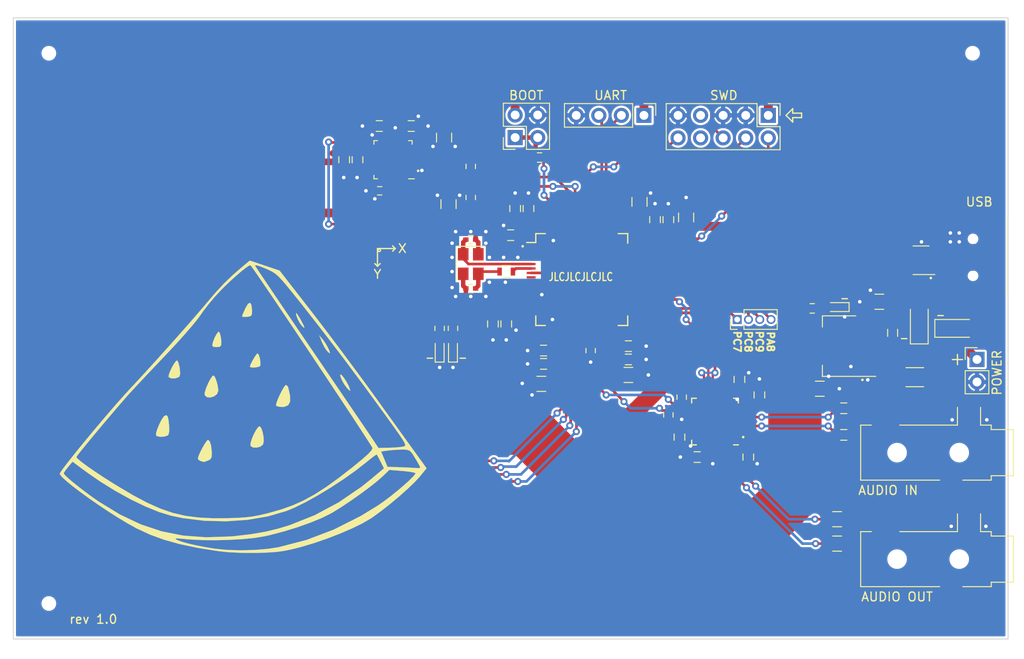
<source format=kicad_pcb>
(kicad_pcb (version 20171130) (host pcbnew "(5.1.9-0-10_14)")
  (layers (0 F.Cu signal) (31 B.Cu mixed) (34 B.Paste user) (35 F.Paste user) (36 B.SilkS user) (37 F.SilkS user) (38 B.Mask user) (39 F.Mask user) (44 Edge.Cuts user))
  (net 0 "")
  (net 1 GND)
  (net 2 LIN_LEFT)
  (net 3 LIN_RIGHT)
  (net 4 "Net-(C13-Pad1)")
  (net 5 HPOUT_LEFT)
  (net 6 HPOUT_RIGHT)
  (net 7 +5V)
  (net 8 VDD)
  (net 9 "Net-(U1-Pad6)")
  (net 10 "Net-(D1-Pad2)")
  (net 11 +3V3)
  (net 12 +3.3VA)
  (net 13 "Net-(C6-Pad1)")
  (net 14 "Net-(C7-Pad1)")
  (net 15 "Net-(C8-Pad1)")
  (net 16 "Net-(C9-Pad1)")
  (net 17 "Net-(C21-Pad1)")
  (net 18 "Net-(C22-Pad1)")
  (net 19 "Net-(C24-Pad2)")
  (net 20 "Net-(C25-Pad2)")
  (net 21 HSE_IN)
  (net 22 "Net-(C30-Pad1)")
  (net 23 "Net-(D2-Pad2)")
  (net 24 "Net-(D3-Pad1)")
  (net 25 VCC)
  (net 26 "Net-(D5-Pad2)")
  (net 27 "Net-(F1-Pad2)")
  (net 28 UART_TX)
  (net 29 UART_RX)
  (net 30 "Net-(J2-Pad1)")
  (net 31 TOUCH_3)
  (net 32 TOUCH_2)
  (net 33 TOUCH_1)
  (net 34 TOUCH_4)
  (net 35 USB_CONN_D-)
  (net 36 USB_CONN_D+)
  (net 37 "Net-(J5-Pad4)")
  (net 38 SWDIO)
  (net 39 SWCLK)
  (net 40 SWO)
  (net 41 "Net-(J6-Pad7)")
  (net 42 "Net-(J6-Pad8)")
  (net 43 NRST)
  (net 44 BOOT0)
  (net 45 BOOT1)
  (net 46 ACC_SDA)
  (net 47 ACC_SCL)
  (net 48 LED2)
  (net 49 LED1)
  (net 50 CODEC_SCL)
  (net 51 CODEC_SDA)
  (net 52 HSE_OUT)
  (net 53 "Net-(U1-Pad7)")
  (net 54 ACC_INT)
  (net 55 "Net-(U2-Pad3)")
  (net 56 "Net-(U2-Pad4)")
  (net 57 "Net-(U2-Pad16)")
  (net 58 "Net-(U2-Pad17)")
  (net 59 "Net-(U2-Pad24)")
  (net 60 "Net-(U2-Pad25)")
  (net 61 "Net-(U2-Pad26)")
  (net 62 CODEC_LRCLK)
  (net 63 CODEC_BCLK)
  (net 64 CODEC_ADCDAT)
  (net 65 CODEC_DACDAT)
  (net 66 CODEC_MCLK)
  (net 67 "Net-(U2-Pad42)")
  (net 68 "Net-(U2-Pad43)")
  (net 69 USB_D-)
  (net 70 USB_D+)
  (net 71 "Net-(U2-Pad50)")
  (net 72 "Net-(U2-Pad53)")
  (net 73 "Net-(U2-Pad54)")
  (net 74 "Net-(U2-Pad56)")
  (net 75 "Net-(U2-Pad57)")
  (net 76 "Net-(U2-Pad61)")
  (net 77 "Net-(U2-Pad62)")
  (net 78 "Net-(U4-Pad30)")
  (net 79 "Net-(U4-Pad27)")
  (net 80 "Net-(U4-Pad25)")
  (net 81 "Net-(U4-Pad23)")
  (net 82 "Net-(U4-Pad22)")
  (net 83 "Net-(U4-Pad19)")
  (net 84 "Net-(U4-Pad6)")
  (net 85 "Net-(U4-Pad5)")
  (net 86 "Net-(U4-Pad4)")
  (net 87 "Net-(U4-Pad3)")
  (net 88 "Net-(U4-Pad1)")
  (net 89 shield)
  (net 90 "Net-(U2-Pad27)")
  (net 91 "Net-(U2-Pad8)")
  (net 92 "Net-(U2-Pad9)")
  (net 93 DEBUG1)
  (net 94 DEBUG2)
  (net 95 DEBUG3)
  (net 96 DEBUG4)
  (module melon:meelon (layer F.Cu) (at 112.5 87.5)
    (fp_text reference G*** hide)
    (fp_text value LOGO hide)
  )
  (module egna_footprints:jlcpcb_tooling_hole (layer F.Cu) (at 92 110)
    (fp_text reference "TOOLING HOLE")
    (fp_text value jlcpcb_tooling_hole)
    (pad "" np_thru_hole circle (at 0 0) (size 1.152 1.152) (drill 1.152) (layers *.Cu *.Mask) (clearance 0.248))
  )
  (module egna_footprints:jlcpcb_tooling_hole (layer F.Cu) (at 92 48)
    (fp_text reference "TOOLING HOLE")
    (fp_text value jlcpcb_tooling_hole)
    (pad "" np_thru_hole circle (at 0 0) (size 1.152 1.152) (drill 1.152) (layers *.Cu *.Mask) (clearance 0.248))
  )
  (module egna_footprints:jlcpcb_tooling_hole (layer F.Cu) (at 196 48)
    (fp_text reference "TOOLING HOLE")
    (fp_text value jlcpcb_tooling_hole)
    (pad "" np_thru_hole circle (at 0 0) (size 1.152 1.152) (drill 1.152) (layers *.Cu *.Mask) (clearance 0.248))
  )
  (module egna_footprints:QFN-24_4x4_Pitch0.5mm (layer F.Cu) (at 130.75 60 180)
    (fp_text reference U1)
    (fp_text value MPU-6050)
    (pad 24 smd rect (at -1.25 -1.95 180) (size 0.3 0.8) (layers F.Cu F.Paste F.Mask) (net 46 ACC_SDA))
    (pad 23 smd rect (at -0.75 -1.95 180) (size 0.3 0.8) (layers F.Cu F.Paste F.Mask) (net 47 ACC_SCL))
    (pad 22 smd rect (at -0.25 -1.95 180) (size 0.3 0.8) (layers F.Cu F.Paste F.Mask))
    (pad 21 smd rect (at 0.25 -1.95 180) (size 0.3 0.8) (layers F.Cu F.Paste F.Mask))
    (pad 20 smd rect (at 0.75 -1.95 180) (size 0.3 0.8) (layers F.Cu F.Paste F.Mask) (net 15 "Net-(C8-Pad1)"))
    (pad 19 smd rect (at 1.25 -1.95 180) (size 0.3 0.8) (layers F.Cu F.Paste F.Mask))
    (pad 18 smd rect (at 1.95 -1.25 270) (size 0.3 0.8) (layers F.Cu F.Paste F.Mask) (net 1 GND))
    (pad 17 smd rect (at 1.95 -0.75 270) (size 0.3 0.8) (layers F.Cu F.Paste F.Mask))
    (pad 16 smd rect (at 1.95 -0.25 270) (size 0.3 0.8) (layers F.Cu F.Paste F.Mask))
    (pad 15 smd rect (at 1.95 0.25 270) (size 0.3 0.8) (layers F.Cu F.Paste F.Mask))
    (pad 14 smd rect (at 1.95 0.75 270) (size 0.3 0.8) (layers F.Cu F.Paste F.Mask))
    (pad 13 smd rect (at 1.95 1.25 270) (size 0.3 0.8) (layers F.Cu F.Paste F.Mask) (net 8 VDD))
    (pad 12 smd rect (at 1.25 1.95 180) (size 0.3 0.8) (layers F.Cu F.Paste F.Mask) (net 54 ACC_INT))
    (pad 11 smd rect (at 0.75 1.95 180) (size 0.3 0.8) (layers F.Cu F.Paste F.Mask) (net 1 GND))
    (pad 10 smd rect (at 0.25 1.95 180) (size 0.3 0.8) (layers F.Cu F.Paste F.Mask) (net 13 "Net-(C6-Pad1)"))
    (pad 9 smd rect (at -0.25 1.95 180) (size 0.3 0.8) (layers F.Cu F.Paste F.Mask) (net 1 GND))
    (pad 8 smd rect (at -0.75 1.95 180) (size 0.3 0.8) (layers F.Cu F.Paste F.Mask) (net 11 +3V3))
    (pad 7 smd rect (at -1.25 1.95 180) (size 0.3 0.8) (layers F.Cu F.Paste F.Mask) (net 53 "Net-(U1-Pad7)"))
    (pad 6 smd rect (at -1.95 1.25 270) (size 0.3 0.8) (layers F.Cu F.Paste F.Mask) (net 9 "Net-(U1-Pad6)"))
    (pad 5 smd rect (at -1.95 0.75 270) (size 0.3 0.8) (layers F.Cu F.Paste F.Mask))
    (pad 4 smd rect (at -1.95 0.25 270) (size 0.3 0.8) (layers F.Cu F.Paste F.Mask))
    (pad 3 smd rect (at -1.95 -0.25 270) (size 0.3 0.8) (layers F.Cu F.Paste F.Mask))
    (pad 2 smd rect (at -1.95 -0.75 270) (size 0.3 0.8) (layers F.Cu F.Paste F.Mask))
    (pad 1 smd rect (at -1.95 -1.25 270) (size 0.3 0.8) (layers F.Cu F.Paste F.Mask) (net 1 GND))
  )
  (module egna_footprints:USB_micro_smd (layer F.Cu) (at 198.5 71 90)
    (fp_text reference J5)
    (fp_text value USB_B_Micro)
    (pad "" np_thru_hole circle (at 2.075 -2.45 90) (size 0.7 0.7) (drill 0.7) (layers *.Cu *.Mask))
    (pad 5 smd rect (at 1.3 -2.675 90) (size 0.4 1.35) (layers F.Cu F.Paste F.Mask) (net 1 GND))
    (pad 4 smd rect (at 0.65 -2.675 90) (size 0.4 1.35) (layers F.Cu F.Paste F.Mask) (net 37 "Net-(J5-Pad4)"))
    (pad 3 smd rect (at 0 -2.675 90) (size 0.4 1.35) (layers F.Cu F.Paste F.Mask) (net 36 USB_CONN_D+))
    (pad 2 smd rect (at -0.65 -2.675 90) (size 0.4 1.35) (layers F.Cu F.Paste F.Mask) (net 35 USB_CONN_D-))
    (pad 6 smd rect (at 4.05 0 90) (size 1.9 1.9) (layers F.Cu F.Paste F.Mask) (net 89 shield))
    (pad 6 smd rect (at 1.2 0 90) (size 1.9 1.9) (layers F.Cu F.Paste F.Mask) (net 89 shield))
    (pad 6 smd rect (at -4.05 0 90) (size 1.9 1.9) (layers F.Cu F.Paste F.Mask) (net 89 shield))
    (pad 6 smd rect (at -1.2 0 90) (size 1.9 1.9) (layers F.Cu F.Paste F.Mask) (net 89 shield))
    (pad 1 smd rect (at -1.3 -2.675 90) (size 0.4 1.35) (layers F.Cu F.Paste F.Mask) (net 7 +5V))
    (pad "" np_thru_hole circle (at -2.075 -2.45 90) (size 0.7 0.7) (drill 0.7) (layers *.Cu *.Mask))
  )
  (module Pin_Headers:Pin_Header_Straight_1x04_Pitch1.27mm (layer F.Cu) (at 169.5 78 90)
    (fp_text reference J9)
    (fp_text value Conn_01x04)
    (pad 1 thru_hole rect (at 0 0 90) (size 1 1) (drill 0.65) (layers *.Cu *.Mask) (net 93 DEBUG1))
    (pad 2 thru_hole oval (at 0 1.27 90) (size 1 1) (drill 0.65) (layers *.Cu *.Mask) (net 94 DEBUG2))
    (pad 3 thru_hole oval (at 0 2.54 90) (size 1 1) (drill 0.65) (layers *.Cu *.Mask) (net 95 DEBUG3))
    (pad 4 thru_hole oval (at 0 3.81 90) (size 1 1) (drill 0.65) (layers *.Cu *.Mask) (net 96 DEBUG4))
  )
  (module Capacitors_SMD:C_0805 (layer F.Cu) (at 163.75 66.5 90)
    (fp_text reference C35)
    (fp_text value 10u)
    (pad 1 smd rect (at -1 0 90) (size 1 1.25) (layers F.Cu F.Paste F.Mask) (net 11 +3V3))
    (pad 2 smd rect (at 1 0 90) (size 1 1.25) (layers F.Cu F.Paste F.Mask) (net 1 GND))
  )
  (module Capacitors_SMD:C_0805 (layer F.Cu) (at 137 65 90)
    (fp_text reference C34)
    (fp_text value 10u)
    (pad 1 smd rect (at -1 0 90) (size 1 1.25) (layers F.Cu F.Paste F.Mask) (net 11 +3V3))
    (pad 2 smd rect (at 1 0 90) (size 1 1.25) (layers F.Cu F.Paste F.Mask) (net 1 GND))
  )
  (module Capacitors_SMD:C_0805 (layer F.Cu) (at 136.5 57.5 270)
    (fp_text reference C33)
    (fp_text value 10u)
    (pad 1 smd rect (at -1 0 270) (size 1 1.25) (layers F.Cu F.Paste F.Mask) (net 11 +3V3))
    (pad 2 smd rect (at 1 0 270) (size 1 1.25) (layers F.Cu F.Paste F.Mask) (net 1 GND))
  )
  (module TO_SOT_Packages_SMD:SOT-23-6 (layer F.Cu) (at 190.2 71.325 180)
    (fp_text reference U5)
    (fp_text value USBLC6-2SC6)
    (pad 1 smd rect (at -1.1 -0.95 180) (size 1.06 0.65) (layers F.Cu F.Paste F.Mask) (net 35 USB_CONN_D-))
    (pad 2 smd rect (at -1.1 0 180) (size 1.06 0.65) (layers F.Cu F.Paste F.Mask) (net 1 GND))
    (pad 3 smd rect (at -1.1 0.95 180) (size 1.06 0.65) (layers F.Cu F.Paste F.Mask) (net 36 USB_CONN_D+))
    (pad 4 smd rect (at 1.1 0.95 180) (size 1.06 0.65) (layers F.Cu F.Paste F.Mask) (net 70 USB_D+))
    (pad 6 smd rect (at 1.1 -0.95 180) (size 1.06 0.65) (layers F.Cu F.Paste F.Mask) (net 69 USB_D-))
    (pad 5 smd rect (at 1.1 0 180) (size 1.06 0.65) (layers F.Cu F.Paste F.Mask) (net 7 +5V))
  )
  (module Pin_Headers:Pin_Header_Straight_2x05_Pitch2.54mm (layer F.Cu) (at 173 55 270)
    (fp_text reference J6)
    (fp_text value Conn_02x05_Odd_Even)
    (pad 1 thru_hole rect (at 0 0 270) (size 1.7 1.7) (drill 1) (layers *.Cu *.Mask) (net 11 +3V3))
    (pad 2 thru_hole oval (at 2.54 0 270) (size 1.7 1.7) (drill 1) (layers *.Cu *.Mask) (net 38 SWDIO))
    (pad 3 thru_hole oval (at 0 2.54 270) (size 1.7 1.7) (drill 1) (layers *.Cu *.Mask) (net 1 GND))
    (pad 4 thru_hole oval (at 2.54 2.54 270) (size 1.7 1.7) (drill 1) (layers *.Cu *.Mask) (net 39 SWCLK))
    (pad 5 thru_hole oval (at 0 5.08 270) (size 1.7 1.7) (drill 1) (layers *.Cu *.Mask) (net 1 GND))
    (pad 6 thru_hole oval (at 2.54 5.08 270) (size 1.7 1.7) (drill 1) (layers *.Cu *.Mask) (net 40 SWO))
    (pad 7 thru_hole oval (at 0 7.62 270) (size 1.7 1.7) (drill 1) (layers *.Cu *.Mask) (net 41 "Net-(J6-Pad7)"))
    (pad 8 thru_hole oval (at 2.54 7.62 270) (size 1.7 1.7) (drill 1) (layers *.Cu *.Mask) (net 42 "Net-(J6-Pad8)"))
    (pad 9 thru_hole oval (at 0 10.16 270) (size 1.7 1.7) (drill 1) (layers *.Cu *.Mask) (net 1 GND))
    (pad 10 thru_hole oval (at 2.54 10.16 270) (size 1.7 1.7) (drill 1) (layers *.Cu *.Mask) (net 43 NRST))
  )
  (module Inductor_SMD:L_0402_1005Metric (layer F.Cu) (at 124 59.75 90)
    (fp_text reference L2)
    (fp_text value SDCL1005C39NJTDF)
    (pad 2 smd roundrect (at 0.485 0 90) (size 0.59 0.64) (layers F.Cu F.Paste F.Mask) (net 8 VDD))
    (pad 1 smd roundrect (at -0.485 0 90) (size 0.59 0.64) (layers F.Cu F.Paste F.Mask) (net 11 +3V3))
  )
  (module Inductor_SMD:L_0402_1005Metric (layer F.Cu) (at 140.5 78.5 90)
    (fp_text reference L1)
    (fp_text value SDCL1005C39NJTDF)
    (pad 2 smd roundrect (at 0.485 0 90) (size 0.59 0.64) (layers F.Cu F.Paste F.Mask) (net 12 +3.3VA))
    (pad 1 smd roundrect (at -0.485 0 90) (size 0.59 0.64) (layers F.Cu F.Paste F.Mask) (net 11 +3V3))
  )
  (module Capacitors_SMD:C_0603 (layer F.Cu) (at 163 91.25 90)
    (fp_text reference C27)
    (fp_text value 4.7u)
    (pad 2 smd rect (at 0.75 0 90) (size 0.8 0.75) (layers F.Cu F.Paste F.Mask) (net 11 +3V3))
    (pad 1 smd rect (at -0.75 0 90) (size 0.8 0.75) (layers F.Cu F.Paste F.Mask) (net 1 GND))
  )
  (module Capacitors_SMD:C_0603 (layer F.Cu) (at 169.75 84.75 270)
    (fp_text reference C26)
    (fp_text value 4.7u)
    (pad 2 smd rect (at 0.75 0 270) (size 0.8 0.75) (layers F.Cu F.Paste F.Mask) (net 11 +3V3))
    (pad 1 smd rect (at -0.75 0 270) (size 0.8 0.75) (layers F.Cu F.Paste F.Mask) (net 1 GND))
  )
  (module Capacitors_SMD:C_0603 (layer F.Cu) (at 132.8 56.2)
    (fp_text reference C1)
    (fp_text value 2.2u)
    (pad 2 smd rect (at 0.75 0) (size 0.8 0.75) (layers F.Cu F.Paste F.Mask) (net 1 GND))
    (pad 1 smd rect (at -0.75 0) (size 0.8 0.75) (layers F.Cu F.Paste F.Mask) (net 11 +3V3))
  )
  (module TO_SOT_Packages_SMD:SOT-223-3_TabPin2 (layer F.Cu) (at 181 81 180)
    (fp_text reference U3)
    (fp_text value AMS1117-3.3)
    (pad 2 smd rect (at 3.15 0 180) (size 2 3.8) (layers F.Cu F.Paste F.Mask) (net 11 +3V3))
    (pad 2 smd rect (at -3.15 0 180) (size 2 1.5) (layers F.Cu F.Paste F.Mask) (net 11 +3V3))
    (pad 3 smd rect (at -3.15 2.3 180) (size 2 1.5) (layers F.Cu F.Paste F.Mask) (net 4 "Net-(C13-Pad1)"))
    (pad 1 smd rect (at -3.15 -2.3 180) (size 2 1.5) (layers F.Cu F.Paste F.Mask) (net 1 GND))
  )
  (module Housings_QFP:LQFP-64_10x10mm_Pitch0.5mm (layer F.Cu) (at 152 73.5)
    (fp_text reference U2)
    (fp_text value STM32F405RGT6)
    (pad 1 smd rect (at -5.7 -3.75) (size 1 0.25) (layers F.Cu F.Paste F.Mask) (net 11 +3V3))
    (pad 2 smd rect (at -5.7 -3.25) (size 1 0.25) (layers F.Cu F.Paste F.Mask) (net 54 ACC_INT))
    (pad 3 smd rect (at -5.7 -2.75) (size 1 0.25) (layers F.Cu F.Paste F.Mask) (net 55 "Net-(U2-Pad3)"))
    (pad 4 smd rect (at -5.7 -2.25) (size 1 0.25) (layers F.Cu F.Paste F.Mask) (net 56 "Net-(U2-Pad4)"))
    (pad 5 smd rect (at -5.7 -1.75) (size 1 0.25) (layers F.Cu F.Paste F.Mask) (net 21 HSE_IN))
    (pad 6 smd rect (at -5.7 -1.25) (size 1 0.25) (layers F.Cu F.Paste F.Mask) (net 52 HSE_OUT))
    (pad 7 smd rect (at -5.7 -0.75) (size 1 0.25) (layers F.Cu F.Paste F.Mask) (net 43 NRST))
    (pad 8 smd rect (at -5.7 -0.25) (size 1 0.25) (layers F.Cu F.Paste F.Mask) (net 91 "Net-(U2-Pad8)"))
    (pad 9 smd rect (at -5.7 0.25) (size 1 0.25) (layers F.Cu F.Paste F.Mask) (net 92 "Net-(U2-Pad9)"))
    (pad 10 smd rect (at -5.7 0.75) (size 1 0.25) (layers F.Cu F.Paste F.Mask) (net 49 LED1))
    (pad 11 smd rect (at -5.7 1.25) (size 1 0.25) (layers F.Cu F.Paste F.Mask) (net 48 LED2))
    (pad 12 smd rect (at -5.7 1.75) (size 1 0.25) (layers F.Cu F.Paste F.Mask) (net 1 GND))
    (pad 13 smd rect (at -5.7 2.25) (size 1 0.25) (layers F.Cu F.Paste F.Mask) (net 12 +3.3VA))
    (pad 14 smd rect (at -5.7 2.75) (size 1 0.25) (layers F.Cu F.Paste F.Mask) (net 34 TOUCH_4))
    (pad 15 smd rect (at -5.7 3.25) (size 1 0.25) (layers F.Cu F.Paste F.Mask) (net 31 TOUCH_3))
    (pad 16 smd rect (at -5.7 3.75) (size 1 0.25) (layers F.Cu F.Paste F.Mask) (net 57 "Net-(U2-Pad16)"))
    (pad 17 smd rect (at -3.75 5.7 90) (size 1 0.25) (layers F.Cu F.Paste F.Mask) (net 58 "Net-(U2-Pad17)"))
    (pad 18 smd rect (at -3.25 5.7 90) (size 1 0.25) (layers F.Cu F.Paste F.Mask) (net 1 GND))
    (pad 19 smd rect (at -2.75 5.7 90) (size 1 0.25) (layers F.Cu F.Paste F.Mask) (net 11 +3V3))
    (pad 20 smd rect (at -2.25 5.7 90) (size 1 0.25) (layers F.Cu F.Paste F.Mask) (net 33 TOUCH_1))
    (pad 21 smd rect (at -1.75 5.7 90) (size 1 0.25) (layers F.Cu F.Paste F.Mask) (net 32 TOUCH_2))
    (pad 22 smd rect (at -1.25 5.7 90) (size 1 0.25) (layers F.Cu F.Paste F.Mask) (net 31 TOUCH_3))
    (pad 23 smd rect (at -0.75 5.7 90) (size 1 0.25) (layers F.Cu F.Paste F.Mask) (net 34 TOUCH_4))
    (pad 24 smd rect (at -0.25 5.7 90) (size 1 0.25) (layers F.Cu F.Paste F.Mask) (net 59 "Net-(U2-Pad24)"))
    (pad 25 smd rect (at 0.25 5.7 90) (size 1 0.25) (layers F.Cu F.Paste F.Mask) (net 60 "Net-(U2-Pad25)"))
    (pad 26 smd rect (at 0.75 5.7 90) (size 1 0.25) (layers F.Cu F.Paste F.Mask) (net 61 "Net-(U2-Pad26)"))
    (pad 27 smd rect (at 1.25 5.7 90) (size 1 0.25) (layers F.Cu F.Paste F.Mask) (net 90 "Net-(U2-Pad27)"))
    (pad 28 smd rect (at 1.75 5.7 90) (size 1 0.25) (layers F.Cu F.Paste F.Mask) (net 45 BOOT1))
    (pad 29 smd rect (at 2.25 5.7 90) (size 1 0.25) (layers F.Cu F.Paste F.Mask) (net 50 CODEC_SCL))
    (pad 30 smd rect (at 2.75 5.7 90) (size 1 0.25) (layers F.Cu F.Paste F.Mask) (net 51 CODEC_SDA))
    (pad 31 smd rect (at 3.25 5.7 90) (size 1 0.25) (layers F.Cu F.Paste F.Mask) (net 14 "Net-(C7-Pad1)"))
    (pad 32 smd rect (at 3.75 5.7 90) (size 1 0.25) (layers F.Cu F.Paste F.Mask) (net 11 +3V3))
    (pad 33 smd rect (at 5.7 3.75) (size 1 0.25) (layers F.Cu F.Paste F.Mask) (net 62 CODEC_LRCLK))
    (pad 34 smd rect (at 5.7 3.25) (size 1 0.25) (layers F.Cu F.Paste F.Mask) (net 63 CODEC_BCLK))
    (pad 35 smd rect (at 5.7 2.75) (size 1 0.25) (layers F.Cu F.Paste F.Mask) (net 64 CODEC_ADCDAT))
    (pad 36 smd rect (at 5.7 2.25) (size 1 0.25) (layers F.Cu F.Paste F.Mask) (net 65 CODEC_DACDAT))
    (pad 37 smd rect (at 5.7 1.75) (size 1 0.25) (layers F.Cu F.Paste F.Mask) (net 66 CODEC_MCLK))
    (pad 38 smd rect (at 5.7 1.25) (size 1 0.25) (layers F.Cu F.Paste F.Mask) (net 93 DEBUG1))
    (pad 39 smd rect (at 5.7 0.75) (size 1 0.25) (layers F.Cu F.Paste F.Mask) (net 94 DEBUG2))
    (pad 40 smd rect (at 5.7 0.25) (size 1 0.25) (layers F.Cu F.Paste F.Mask) (net 95 DEBUG3))
    (pad 41 smd rect (at 5.7 -0.25) (size 1 0.25) (layers F.Cu F.Paste F.Mask) (net 96 DEBUG4))
    (pad 42 smd rect (at 5.7 -0.75) (size 1 0.25) (layers F.Cu F.Paste F.Mask) (net 67 "Net-(U2-Pad42)"))
    (pad 43 smd rect (at 5.7 -1.25) (size 1 0.25) (layers F.Cu F.Paste F.Mask) (net 68 "Net-(U2-Pad43)"))
    (pad 44 smd rect (at 5.7 -1.75) (size 1 0.25) (layers F.Cu F.Paste F.Mask) (net 69 USB_D-))
    (pad 45 smd rect (at 5.7 -2.25) (size 1 0.25) (layers F.Cu F.Paste F.Mask) (net 70 USB_D+))
    (pad 46 smd rect (at 5.7 -2.75) (size 1 0.25) (layers F.Cu F.Paste F.Mask) (net 38 SWDIO))
    (pad 47 smd rect (at 5.7 -3.25) (size 1 0.25) (layers F.Cu F.Paste F.Mask) (net 16 "Net-(C9-Pad1)"))
    (pad 48 smd rect (at 5.7 -3.75) (size 1 0.25) (layers F.Cu F.Paste F.Mask) (net 11 +3V3))
    (pad 49 smd rect (at 3.75 -5.7 90) (size 1 0.25) (layers F.Cu F.Paste F.Mask) (net 39 SWCLK))
    (pad 50 smd rect (at 3.25 -5.7 90) (size 1 0.25) (layers F.Cu F.Paste F.Mask) (net 71 "Net-(U2-Pad50)"))
    (pad 51 smd rect (at 2.75 -5.7 90) (size 1 0.25) (layers F.Cu F.Paste F.Mask) (net 28 UART_TX))
    (pad 52 smd rect (at 2.25 -5.7 90) (size 1 0.25) (layers F.Cu F.Paste F.Mask) (net 29 UART_RX))
    (pad 53 smd rect (at 1.75 -5.7 90) (size 1 0.25) (layers F.Cu F.Paste F.Mask) (net 72 "Net-(U2-Pad53)"))
    (pad 54 smd rect (at 1.25 -5.7 90) (size 1 0.25) (layers F.Cu F.Paste F.Mask) (net 73 "Net-(U2-Pad54)"))
    (pad 55 smd rect (at 0.75 -5.7 90) (size 1 0.25) (layers F.Cu F.Paste F.Mask) (net 40 SWO))
    (pad 56 smd rect (at 0.25 -5.7 90) (size 1 0.25) (layers F.Cu F.Paste F.Mask) (net 74 "Net-(U2-Pad56)"))
    (pad 57 smd rect (at -0.25 -5.7 90) (size 1 0.25) (layers F.Cu F.Paste F.Mask) (net 75 "Net-(U2-Pad57)"))
    (pad 58 smd rect (at -0.75 -5.7 90) (size 1 0.25) (layers F.Cu F.Paste F.Mask) (net 47 ACC_SCL))
    (pad 59 smd rect (at -1.25 -5.7 90) (size 1 0.25) (layers F.Cu F.Paste F.Mask) (net 46 ACC_SDA))
    (pad 60 smd rect (at -1.75 -5.7 90) (size 1 0.25) (layers F.Cu F.Paste F.Mask) (net 44 BOOT0))
    (pad 61 smd rect (at -2.25 -5.7 90) (size 1 0.25) (layers F.Cu F.Paste F.Mask) (net 76 "Net-(U2-Pad61)"))
    (pad 62 smd rect (at -2.75 -5.7 90) (size 1 0.25) (layers F.Cu F.Paste F.Mask) (net 77 "Net-(U2-Pad62)"))
    (pad 63 smd rect (at -3.25 -5.7 90) (size 1 0.25) (layers F.Cu F.Paste F.Mask) (net 1 GND))
    (pad 64 smd rect (at -3.75 -5.7 90) (size 1 0.25) (layers F.Cu F.Paste F.Mask) (net 11 +3V3))
  )
  (module Resistors_SMD:R_0603 (layer F.Cu) (at 143.5 72.6)
    (fp_text reference R10)
    (fp_text value 220)
    (pad 1 smd rect (at -0.75 0) (size 0.5 0.9) (layers F.Cu F.Paste F.Mask) (net 22 "Net-(C30-Pad1)"))
    (pad 2 smd rect (at 0.75 0) (size 0.5 0.9) (layers F.Cu F.Paste F.Mask) (net 52 HSE_OUT))
  )
  (module Resistors_SMD:R_0402 (layer F.Cu) (at 161.75 88.75 90)
    (fp_text reference R9)
    (fp_text value 2k2)
    (pad 1 smd rect (at -0.45 0 90) (size 0.4 0.6) (layers F.Cu F.Paste F.Mask) (net 11 +3V3))
    (pad 2 smd rect (at 0.45 0 90) (size 0.4 0.6) (layers F.Cu F.Paste F.Mask) (net 51 CODEC_SDA))
  )
  (module Resistors_SMD:R_0402 (layer F.Cu) (at 163.25 86.75 270)
    (fp_text reference R8)
    (fp_text value 2k2)
    (pad 1 smd rect (at -0.45 0 270) (size 0.4 0.6) (layers F.Cu F.Paste F.Mask) (net 11 +3V3))
    (pad 2 smd rect (at 0.45 0 270) (size 0.4 0.6) (layers F.Cu F.Paste F.Mask) (net 50 CODEC_SCL))
  )
  (module Resistors_SMD:R_0402 (layer F.Cu) (at 177.95 76.75)
    (fp_text reference R7)
    (fp_text value 2k2)
    (pad 1 smd rect (at -0.45 0) (size 0.4 0.6) (layers F.Cu F.Paste F.Mask) (net 11 +3V3))
    (pad 2 smd rect (at 0.45 0) (size 0.4 0.6) (layers F.Cu F.Paste F.Mask) (net 26 "Net-(D5-Pad2)"))
  )
  (module Resistors_SMD:R_0402 (layer F.Cu) (at 136 79 90)
    (fp_text reference R6)
    (fp_text value 2k2)
    (pad 1 smd rect (at -0.45 0 90) (size 0.4 0.6) (layers F.Cu F.Paste F.Mask) (net 23 "Net-(D2-Pad2)"))
    (pad 2 smd rect (at 0.45 0 90) (size 0.4 0.6) (layers F.Cu F.Paste F.Mask) (net 49 LED1))
  )
  (module Resistors_SMD:R_0402 (layer F.Cu) (at 137.5 79 90)
    (fp_text reference R5)
    (fp_text value 2k2)
    (pad 1 smd rect (at -0.45 0 90) (size 0.4 0.6) (layers F.Cu F.Paste F.Mask) (net 10 "Net-(D1-Pad2)"))
    (pad 2 smd rect (at 0.45 0 90) (size 0.4 0.6) (layers F.Cu F.Paste F.Mask) (net 48 LED2))
  )
  (module Resistors_SMD:R_0402 (layer F.Cu) (at 139.5 64.25 90)
    (fp_text reference R4)
    (fp_text value 2k2)
    (pad 1 smd rect (at -0.45 0 90) (size 0.4 0.6) (layers F.Cu F.Paste F.Mask) (net 11 +3V3))
    (pad 2 smd rect (at 0.45 0 90) (size 0.4 0.6) (layers F.Cu F.Paste F.Mask) (net 47 ACC_SCL))
  )
  (module Resistors_SMD:R_0402 (layer F.Cu) (at 139.5 60.75 270)
    (fp_text reference R3)
    (fp_text value 2k2)
    (pad 1 smd rect (at -0.45 0 270) (size 0.4 0.6) (layers F.Cu F.Paste F.Mask) (net 11 +3V3))
    (pad 2 smd rect (at 0.45 0 270) (size 0.4 0.6) (layers F.Cu F.Paste F.Mask) (net 46 ACC_SDA))
  )
  (module Resistors_SMD:R_0402 (layer F.Cu) (at 153 81.5 90)
    (fp_text reference R2)
    (fp_text value 10k)
    (pad 1 smd rect (at -0.45 0 90) (size 0.4 0.6) (layers F.Cu F.Paste F.Mask) (net 1 GND))
    (pad 2 smd rect (at 0.45 0 90) (size 0.4 0.6) (layers F.Cu F.Paste F.Mask) (net 45 BOOT1))
  )
  (module Resistors_SMD:R_0402 (layer F.Cu) (at 147.25 59.75 180)
    (fp_text reference R1)
    (fp_text value 10k)
    (pad 1 smd rect (at -0.45 0 180) (size 0.4 0.6) (layers F.Cu F.Paste F.Mask) (net 44 BOOT0))
    (pad 2 smd rect (at 0.45 0 180) (size 0.4 0.6) (layers F.Cu F.Paste F.Mask) (net 30 "Net-(J2-Pad1)"))
  )
  (module Connector_Audio:Jack_3.5mm_CUI_SJ-3523-SMT_Horizontal (layer F.Cu) (at 192 93 270)
    (fp_text reference J8)
    (fp_text value AudioJack3_Ground)
    (pad "" np_thru_hole circle (at 0 4.5 270) (size 1.7 1.7) (drill 1.7) (layers *.Cu *.Mask))
    (pad "" np_thru_hole circle (at 0 -2.5 270) (size 1.7 1.7) (drill 1.7) (layers *.Cu *.Mask))
    (pad T smd rect (at -3.7 5.8 270) (size 2.8 2.8) (layers F.Cu F.Paste F.Mask) (net 2 LIN_LEFT))
    (pad S smd rect (at -3.7 -3.6 270) (size 2.8 2.2) (layers F.Cu F.Paste F.Mask) (net 1 GND))
    (pad R smd rect (at 3.7 -1.6 270) (size 2.8 2.2) (layers F.Cu F.Paste F.Mask) (net 3 LIN_RIGHT))
  )
  (module Connector_Audio:Jack_3.5mm_CUI_SJ-3523-SMT_Horizontal (layer F.Cu) (at 192 105 270)
    (fp_text reference J7)
    (fp_text value AudioJack3_Ground)
    (pad "" np_thru_hole circle (at 0 4.5 270) (size 1.7 1.7) (drill 1.7) (layers *.Cu *.Mask))
    (pad "" np_thru_hole circle (at 0 -2.5 270) (size 1.7 1.7) (drill 1.7) (layers *.Cu *.Mask))
    (pad T smd rect (at -3.7 5.8 270) (size 2.8 2.8) (layers F.Cu F.Paste F.Mask) (net 5 HPOUT_LEFT))
    (pad S smd rect (at -3.7 -3.6 270) (size 2.8 2.2) (layers F.Cu F.Paste F.Mask) (net 1 GND))
    (pad R smd rect (at 3.7 -1.6 270) (size 2.8 2.2) (layers F.Cu F.Paste F.Mask) (net 6 HPOUT_RIGHT))
  )
  (module Pin_Headers:Pin_Header_Straight_1x02_Pitch2.54mm (layer F.Cu) (at 196.5 82.5)
    (fp_text reference J4)
    (fp_text value Screw_Terminal_01x02)
    (pad 1 thru_hole rect (at 0 0) (size 1.7 1.7) (drill 1) (layers *.Cu *.Mask) (net 25 VCC))
    (pad 2 thru_hole oval (at 0 2.54) (size 1.7 1.7) (drill 1) (layers *.Cu *.Mask) (net 1 GND))
  )
  (module egna_footprints:conn_pad_SMD_1x4_1mm (layer F.Cu) (at 141.8 99)
    (fp_text reference J3)
    (fp_text value Conn_01x04)
    (pad 3 smd roundrect (at 0.5 0) (size 0.5 5) (layers F.Cu F.Paste F.Mask) (net 31 TOUCH_3))
    (pad 2 smd roundrect (at -0.5 0) (size 0.5 5) (layers F.Cu F.Paste F.Mask) (net 32 TOUCH_2))
    (pad 1 smd roundrect (at -2 0) (size 0.5 5) (layers F.Cu F.Paste F.Mask) (net 33 TOUCH_1))
    (pad 4 smd roundrect (at 2 0) (size 0.5 5) (layers F.Cu F.Paste F.Mask) (net 34 TOUCH_4))
  )
  (module Pin_Headers:Pin_Header_Straight_2x02_Pitch2.54mm (layer F.Cu) (at 144.5 57.5 90)
    (fp_text reference J2)
    (fp_text value Conn)
    (pad 1 thru_hole rect (at 0 0 90) (size 1.7 1.7) (drill 1) (layers *.Cu *.Mask) (net 30 "Net-(J2-Pad1)"))
    (pad 2 thru_hole oval (at 2.54 0 90) (size 1.7 1.7) (drill 1) (layers *.Cu *.Mask) (net 11 +3V3))
    (pad 3 thru_hole oval (at 0 2.54 90) (size 1.7 1.7) (drill 1) (layers *.Cu *.Mask) (net 30 "Net-(J2-Pad1)"))
    (pad 4 thru_hole oval (at 2.54 2.54 90) (size 1.7 1.7) (drill 1) (layers *.Cu *.Mask) (net 1 GND))
  )
  (module Pin_Headers:Pin_Header_Straight_1x04_Pitch2.54mm (layer F.Cu) (at 159 55 270)
    (fp_text reference J1)
    (fp_text value Conn_01x04)
    (pad 1 thru_hole rect (at 0 0 270) (size 1.7 1.7) (drill 1) (layers *.Cu *.Mask) (net 11 +3V3))
    (pad 2 thru_hole oval (at 0 2.54 270) (size 1.7 1.7) (drill 1) (layers *.Cu *.Mask) (net 28 UART_TX))
    (pad 3 thru_hole oval (at 0 5.08 270) (size 1.7 1.7) (drill 1) (layers *.Cu *.Mask) (net 29 UART_RX))
    (pad 4 thru_hole oval (at 0 7.62 270) (size 1.7 1.7) (drill 1) (layers *.Cu *.Mask) (net 1 GND))
  )
  (module Crystals:Crystal_SMD_3225-4pin_3.2x2.5mm (layer F.Cu) (at 139.5 71.75 270)
    (fp_text reference HSE1)
    (fp_text value 16MHz)
    (pad 1 smd rect (at -1.1 0.85 270) (size 1.4 1.2) (layers F.Cu F.Paste F.Mask) (net 21 HSE_IN))
    (pad 2 smd rect (at 1.1 0.85 270) (size 1.4 1.2) (layers F.Cu F.Paste F.Mask) (net 1 GND))
    (pad 3 smd rect (at 1.1 -0.85 270) (size 1.4 1.2) (layers F.Cu F.Paste F.Mask) (net 22 "Net-(C30-Pad1)"))
    (pad 4 smd rect (at -1.1 -0.85 270) (size 1.4 1.2) (layers F.Cu F.Paste F.Mask) (net 1 GND))
  )
  (module Inductor_SMD:L_0805_2012Metric (layer F.Cu) (at 187 79.5 90)
    (fp_text reference FB3)
    (fp_text value "100 @ 100 MHz")
    (pad 2 smd roundrect (at 1.0625 0 90) (size 0.875 1.2) (layers F.Cu F.Paste F.Mask) (net 4 "Net-(C13-Pad1)"))
    (pad 1 smd roundrect (at -1.0625 0 90) (size 0.875 1.2) (layers F.Cu F.Paste F.Mask) (net 27 "Net-(F1-Pad2)"))
  )
  (module Fuse_Holders_and_Fuses:Fuse_SMD1206_HandSoldering (layer F.Cu) (at 189.5 84.5 180)
    (fp_text reference F1)
    (fp_text value "500 mA")
    (pad 1 smd rect (at -2.09 0 270) (size 2.03 2.65) (layers F.Cu F.Paste F.Mask) (net 24 "Net-(D3-Pad1)"))
    (pad 2 smd rect (at 2.09 0 270) (size 2.03 2.65) (layers F.Cu F.Paste F.Mask) (net 27 "Net-(F1-Pad2)"))
  )
  (module LEDs:LED_0603 (layer F.Cu) (at 180.8 76.6 180)
    (fp_text reference D5)
    (fp_text value C72043)
    (pad 2 smd rect (at 0.8 0) (size 0.8 0.8) (layers F.Cu F.Paste F.Mask) (net 26 "Net-(D5-Pad2)"))
    (pad 1 smd rect (at -0.8 0) (size 0.8 0.8) (layers F.Cu F.Paste F.Mask) (net 1 GND))
  )
  (module Diodes_SMD:D_SOD-123 (layer F.Cu) (at 190 78.5 90)
    (fp_text reference D4)
    (fp_text value B5819W)
    (pad 1 smd rect (at -1.65 0 90) (size 0.9 1.2) (layers F.Cu F.Paste F.Mask) (net 24 "Net-(D3-Pad1)"))
    (pad 2 smd rect (at 1.65 0 90) (size 0.9 1.2) (layers F.Cu F.Paste F.Mask) (net 7 +5V))
  )
  (module Diodes_SMD:D_SOD-123 (layer F.Cu) (at 194 79)
    (fp_text reference D3)
    (fp_text value B5819W)
    (pad 1 smd rect (at -1.65 0) (size 0.9 1.2) (layers F.Cu F.Paste F.Mask) (net 24 "Net-(D3-Pad1)"))
    (pad 2 smd rect (at 1.65 0) (size 0.9 1.2) (layers F.Cu F.Paste F.Mask) (net 25 VCC))
  )
  (module LEDs:LED_0603 (layer F.Cu) (at 136 81.5 90)
    (fp_text reference D2)
    (fp_text value C72043)
    (pad 2 smd rect (at 0.8 0 270) (size 0.8 0.8) (layers F.Cu F.Paste F.Mask) (net 23 "Net-(D2-Pad2)"))
    (pad 1 smd rect (at -0.8 0 270) (size 0.8 0.8) (layers F.Cu F.Paste F.Mask) (net 1 GND))
  )
  (module LEDs:LED_0603 (layer F.Cu) (at 137.5 81.5 90)
    (fp_text reference D1)
    (fp_text value C72043)
    (pad 2 smd rect (at 0.8 0 270) (size 0.8 0.8) (layers F.Cu F.Paste F.Mask) (net 10 "Net-(D1-Pad2)"))
    (pad 1 smd rect (at -0.8 0 270) (size 0.8 0.8) (layers F.Cu F.Paste F.Mask) (net 1 GND))
  )
  (module Capacitors_SMD:C_0603 (layer F.Cu) (at 170.75 93.5 90)
    (fp_text reference C32)
    (fp_text value 100n)
    (pad 2 smd rect (at 0.75 0 90) (size 0.8 0.75) (layers F.Cu F.Paste F.Mask) (net 11 +3V3))
    (pad 1 smd rect (at -0.75 0 90) (size 0.8 0.75) (layers F.Cu F.Paste F.Mask) (net 1 GND))
  )
  (module Capacitors_SMD:C_0603 (layer F.Cu) (at 165 93.5)
    (fp_text reference C31)
    (fp_text value 100n)
    (pad 2 smd rect (at 0.75 0) (size 0.8 0.75) (layers F.Cu F.Paste F.Mask) (net 11 +3V3))
    (pad 1 smd rect (at -0.75 0) (size 0.8 0.75) (layers F.Cu F.Paste F.Mask) (net 1 GND))
  )
  (module Capacitors_SMD:C_0402 (layer F.Cu) (at 139.5 74.5 180)
    (fp_text reference C30)
    (fp_text value 12p)
    (pad 1 smd rect (at -0.55 0 180) (size 0.6 0.5) (layers F.Cu F.Paste F.Mask) (net 22 "Net-(C30-Pad1)"))
    (pad 2 smd rect (at 0.55 0 180) (size 0.6 0.5) (layers F.Cu F.Paste F.Mask) (net 1 GND))
  )
  (module Capacitors_SMD:C_0603 (layer F.Cu) (at 172 86.5 270)
    (fp_text reference C29)
    (fp_text value 100n)
    (pad 2 smd rect (at 0.75 0 270) (size 0.8 0.75) (layers F.Cu F.Paste F.Mask) (net 11 +3V3))
    (pad 1 smd rect (at -0.75 0 270) (size 0.8 0.75) (layers F.Cu F.Paste F.Mask) (net 1 GND))
  )
  (module Capacitors_SMD:C_0402 (layer F.Cu) (at 139.5 69)
    (fp_text reference C28)
    (fp_text value 12p)
    (pad 1 smd rect (at -0.55 0) (size 0.6 0.5) (layers F.Cu F.Paste F.Mask) (net 21 HSE_IN))
    (pad 2 smd rect (at 0.55 0) (size 0.6 0.5) (layers F.Cu F.Paste F.Mask) (net 1 GND))
  )
  (module Capacitors_SMD:C_0805 (layer F.Cu) (at 180.75 103.25 180)
    (fp_text reference C25)
    (fp_text value 22u)
    (pad 1 smd rect (at -1 0 180) (size 1 1.25) (layers F.Cu F.Paste F.Mask) (net 6 HPOUT_RIGHT))
    (pad 2 smd rect (at 1 0 180) (size 1 1.25) (layers F.Cu F.Paste F.Mask) (net 20 "Net-(C25-Pad2)"))
  )
  (module Capacitors_SMD:C_0805 (layer F.Cu) (at 180.75 100.5 180)
    (fp_text reference C24)
    (fp_text value 22u)
    (pad 1 smd rect (at -1 0 180) (size 1 1.25) (layers F.Cu F.Paste F.Mask) (net 5 HPOUT_LEFT))
    (pad 2 smd rect (at 1 0 180) (size 1 1.25) (layers F.Cu F.Paste F.Mask) (net 19 "Net-(C24-Pad2)"))
  )
  (module Capacitors_SMD:C_0603 (layer F.Cu) (at 147.7 83 180)
    (fp_text reference C23)
    (fp_text value 100n)
    (pad 2 smd rect (at 0.75 0 180) (size 0.8 0.75) (layers F.Cu F.Paste F.Mask) (net 1 GND))
    (pad 1 smd rect (at -0.75 0 180) (size 0.8 0.75) (layers F.Cu F.Paste F.Mask) (net 11 +3V3))
  )
  (module Capacitors_SMD:C_0603 (layer F.Cu) (at 181.5 88)
    (fp_text reference C22)
    (fp_text value 1u)
    (pad 2 smd rect (at 0.75 0) (size 0.8 0.75) (layers F.Cu F.Paste F.Mask) (net 3 LIN_RIGHT))
    (pad 1 smd rect (at -0.75 0) (size 0.8 0.75) (layers F.Cu F.Paste F.Mask) (net 18 "Net-(C22-Pad1)"))
  )
  (module Capacitors_SMD:C_0603 (layer F.Cu) (at 181.5 91)
    (fp_text reference C21)
    (fp_text value 1u)
    (pad 2 smd rect (at 0.75 0) (size 0.8 0.75) (layers F.Cu F.Paste F.Mask) (net 2 LIN_LEFT))
    (pad 1 smd rect (at -0.75 0) (size 0.8 0.75) (layers F.Cu F.Paste F.Mask) (net 17 "Net-(C21-Pad1)"))
  )
  (module Capacitors_SMD:C_0603 (layer F.Cu) (at 157.25 82.5)
    (fp_text reference C20)
    (fp_text value 100n)
    (pad 2 smd rect (at 0.75 0) (size 0.8 0.75) (layers F.Cu F.Paste F.Mask) (net 1 GND))
    (pad 1 smd rect (at -0.75 0) (size 0.8 0.75) (layers F.Cu F.Paste F.Mask) (net 11 +3V3))
  )
  (module Capacitors_SMD:C_0603 (layer F.Cu) (at 146 65.5 90)
    (fp_text reference C19)
    (fp_text value 100n)
    (pad 2 smd rect (at 0.75 0 90) (size 0.8 0.75) (layers F.Cu F.Paste F.Mask) (net 1 GND))
    (pad 1 smd rect (at -0.75 0 90) (size 0.8 0.75) (layers F.Cu F.Paste F.Mask) (net 11 +3V3))
  )
  (module Capacitors_SMD:C_0603 (layer F.Cu) (at 161.75 66.75 90)
    (fp_text reference C18)
    (fp_text value 100n)
    (pad 2 smd rect (at 0.75 0 90) (size 0.8 0.75) (layers F.Cu F.Paste F.Mask) (net 1 GND))
    (pad 1 smd rect (at -0.75 0 90) (size 0.8 0.75) (layers F.Cu F.Paste F.Mask) (net 11 +3V3))
  )
  (module Capacitors_SMD:C_0805 (layer F.Cu) (at 178.8 85.8)
    (fp_text reference C17)
    (fp_text value 10u)
    (pad 1 smd rect (at -1 0) (size 1 1.25) (layers F.Cu F.Paste F.Mask) (net 11 +3V3))
    (pad 2 smd rect (at 1 0) (size 1 1.25) (layers F.Cu F.Paste F.Mask) (net 1 GND))
  )
  (module Capacitors_SMD:C_0603 (layer F.Cu) (at 147.7 81.5 180)
    (fp_text reference C16)
    (fp_text value 100n)
    (pad 2 smd rect (at 0.75 0 180) (size 0.8 0.75) (layers F.Cu F.Paste F.Mask) (net 1 GND))
    (pad 1 smd rect (at -0.75 0 180) (size 0.8 0.75) (layers F.Cu F.Paste F.Mask) (net 11 +3V3))
  )
  (module Capacitors_SMD:C_0603 (layer F.Cu) (at 157.25 81)
    (fp_text reference C15)
    (fp_text value 100n)
    (pad 2 smd rect (at 0.75 0) (size 0.8 0.75) (layers F.Cu F.Paste F.Mask) (net 1 GND))
    (pad 1 smd rect (at -0.75 0) (size 0.8 0.75) (layers F.Cu F.Paste F.Mask) (net 11 +3V3))
  )
  (module Capacitors_SMD:C_0603 (layer F.Cu) (at 160.25 66.75 90)
    (fp_text reference C14)
    (fp_text value 100n)
    (pad 2 smd rect (at 0.75 0 90) (size 0.8 0.75) (layers F.Cu F.Paste F.Mask) (net 1 GND))
    (pad 1 smd rect (at -0.75 0 90) (size 0.8 0.75) (layers F.Cu F.Paste F.Mask) (net 11 +3V3))
  )
  (module Capacitors_SMD:C_0805 (layer F.Cu) (at 185.5 76 180)
    (fp_text reference C13)
    (fp_text value 10u)
    (pad 1 smd rect (at -1 0 180) (size 1 1.25) (layers F.Cu F.Paste F.Mask) (net 4 "Net-(C13-Pad1)"))
    (pad 2 smd rect (at 1 0 180) (size 1 1.25) (layers F.Cu F.Paste F.Mask) (net 1 GND))
  )
  (module Capacitors_SMD:C_0603 (layer F.Cu) (at 144.5 65.5 90)
    (fp_text reference C12)
    (fp_text value 100n)
    (pad 2 smd rect (at 0.75 0 90) (size 0.8 0.75) (layers F.Cu F.Paste F.Mask) (net 1 GND))
    (pad 1 smd rect (at -0.75 0 90) (size 0.8 0.75) (layers F.Cu F.Paste F.Mask) (net 11 +3V3))
  )
  (module Capacitors_SMD:C_0603 (layer F.Cu) (at 144 68.5 180)
    (fp_text reference C11)
    (fp_text value 100n)
    (pad 2 smd rect (at 0.75 0 180) (size 0.8 0.75) (layers F.Cu F.Paste F.Mask) (net 1 GND))
    (pad 1 smd rect (at -0.75 0 180) (size 0.8 0.75) (layers F.Cu F.Paste F.Mask) (net 11 +3V3))
  )
  (module Capacitors_SMD:C_0805 (layer F.Cu) (at 147.45 85.25 180)
    (fp_text reference C10)
    (fp_text value 10u)
    (pad 1 smd rect (at -1 0 180) (size 1 1.25) (layers F.Cu F.Paste F.Mask) (net 11 +3V3))
    (pad 2 smd rect (at 1 0 180) (size 1 1.25) (layers F.Cu F.Paste F.Mask) (net 1 GND))
  )
  (module Capacitors_SMD:C_0805 (layer F.Cu) (at 158.5 64.75 90)
    (fp_text reference C9)
    (fp_text value 22u)
    (pad 1 smd rect (at -1 0 90) (size 1 1.25) (layers F.Cu F.Paste F.Mask) (net 16 "Net-(C9-Pad1)"))
    (pad 2 smd rect (at 1 0 90) (size 1 1.25) (layers F.Cu F.Paste F.Mask) (net 1 GND))
  )
  (module Capacitors_SMD:C_0402 (layer F.Cu) (at 129.25 63.5 180)
    (fp_text reference C8)
    (fp_text value 2.2n)
    (pad 1 smd rect (at -0.55 0 180) (size 0.6 0.5) (layers F.Cu F.Paste F.Mask) (net 15 "Net-(C8-Pad1)"))
    (pad 2 smd rect (at 0.55 0 180) (size 0.6 0.5) (layers F.Cu F.Paste F.Mask) (net 1 GND))
  )
  (module Capacitors_SMD:C_0805 (layer F.Cu) (at 157.25 84.25)
    (fp_text reference C7)
    (fp_text value 22u)
    (pad 1 smd rect (at -1 0) (size 1 1.25) (layers F.Cu F.Paste F.Mask) (net 14 "Net-(C7-Pad1)"))
    (pad 2 smd rect (at 1 0) (size 1 1.25) (layers F.Cu F.Paste F.Mask) (net 1 GND))
  )
  (module Capacitors_SMD:C_0603 (layer F.Cu) (at 129.2 56.2 180)
    (fp_text reference C6)
    (fp_text value 100n)
    (pad 2 smd rect (at 0.75 0 180) (size 0.8 0.75) (layers F.Cu F.Paste F.Mask) (net 1 GND))
    (pad 1 smd rect (at -0.75 0 180) (size 0.8 0.75) (layers F.Cu F.Paste F.Mask) (net 13 "Net-(C6-Pad1)"))
  )
  (module Capacitors_SMD:C_0603 (layer F.Cu) (at 125.25 60 270)
    (fp_text reference C5)
    (fp_text value 100n)
    (pad 2 smd rect (at 0.75 0 270) (size 0.8 0.75) (layers F.Cu F.Paste F.Mask) (net 1 GND))
    (pad 1 smd rect (at -0.75 0 270) (size 0.8 0.75) (layers F.Cu F.Paste F.Mask) (net 8 VDD))
  )
  (module Capacitors_SMD:C_0603 (layer F.Cu) (at 126.75 60 270)
    (fp_text reference C4)
    (fp_text value 1u)
    (pad 2 smd rect (at 0.75 0 270) (size 0.8 0.75) (layers F.Cu F.Paste F.Mask) (net 1 GND))
    (pad 1 smd rect (at -0.75 0 270) (size 0.8 0.75) (layers F.Cu F.Paste F.Mask) (net 8 VDD))
  )
  (module Capacitors_SMD:C_0603 (layer F.Cu) (at 143.5 78.5 270)
    (fp_text reference C3)
    (fp_text value 100n)
    (pad 2 smd rect (at 0.75 0 270) (size 0.8 0.75) (layers F.Cu F.Paste F.Mask) (net 1 GND))
    (pad 1 smd rect (at -0.75 0 270) (size 0.8 0.75) (layers F.Cu F.Paste F.Mask) (net 12 +3.3VA))
  )
  (module Capacitors_SMD:C_0603 (layer F.Cu) (at 142 78.5 270)
    (fp_text reference C2)
    (fp_text value 1u)
    (pad 2 smd rect (at 0.75 0 270) (size 0.8 0.75) (layers F.Cu F.Paste F.Mask) (net 1 GND))
    (pad 1 smd rect (at -0.75 0 270) (size 0.8 0.75) (layers F.Cu F.Paste F.Mask) (net 12 +3.3VA))
  )
  (module Housings_DFN_QFN:QFN-32-1EP_5x5mm_Pitch0.5mm (layer F.Cu) (at 167 89.5 180)
    (fp_text reference U4)
    (fp_text value WM8960)
    (pad 1 smd rect (at -2.4 -1.75 180) (size 0.7 0.25) (layers F.Cu F.Paste F.Mask) (net 88 "Net-(U4-Pad1)"))
    (pad 2 smd rect (at -2.4 -1.25 180) (size 0.7 0.25) (layers F.Cu F.Paste F.Mask) (net 17 "Net-(C21-Pad1)"))
    (pad 3 smd rect (at -2.4 -0.75 180) (size 0.7 0.25) (layers F.Cu F.Paste F.Mask) (net 87 "Net-(U4-Pad3)"))
    (pad 4 smd rect (at -2.4 -0.25 180) (size 0.7 0.25) (layers F.Cu F.Paste F.Mask) (net 86 "Net-(U4-Pad4)"))
    (pad 5 smd rect (at -2.4 0.25 180) (size 0.7 0.25) (layers F.Cu F.Paste F.Mask) (net 85 "Net-(U4-Pad5)"))
    (pad 6 smd rect (at -2.4 0.75 180) (size 0.7 0.25) (layers F.Cu F.Paste F.Mask) (net 84 "Net-(U4-Pad6)"))
    (pad 7 smd rect (at -2.4 1.25 180) (size 0.7 0.25) (layers F.Cu F.Paste F.Mask) (net 18 "Net-(C22-Pad1)"))
    (pad 8 smd rect (at -2.4 1.75 180) (size 0.7 0.25) (layers F.Cu F.Paste F.Mask) (net 11 +3V3))
    (pad 9 smd rect (at -1.75 2.4 270) (size 0.7 0.25) (layers F.Cu F.Paste F.Mask) (net 1 GND))
    (pad 10 smd rect (at -1.25 2.4 270) (size 0.7 0.25) (layers F.Cu F.Paste F.Mask) (net 11 +3V3))
    (pad 11 smd rect (at -0.75 2.4 270) (size 0.7 0.25) (layers F.Cu F.Paste F.Mask) (net 66 CODEC_MCLK))
    (pad 12 smd rect (at -0.25 2.4 270) (size 0.7 0.25) (layers F.Cu F.Paste F.Mask) (net 63 CODEC_BCLK))
    (pad 13 smd rect (at 0.25 2.4 270) (size 0.7 0.25) (layers F.Cu F.Paste F.Mask) (net 62 CODEC_LRCLK))
    (pad 14 smd rect (at 0.75 2.4 270) (size 0.7 0.25) (layers F.Cu F.Paste F.Mask) (net 65 CODEC_DACDAT))
    (pad 15 smd rect (at 1.25 2.4 270) (size 0.7 0.25) (layers F.Cu F.Paste F.Mask) (net 62 CODEC_LRCLK))
    (pad 16 smd rect (at 1.75 2.4 270) (size 0.7 0.25) (layers F.Cu F.Paste F.Mask) (net 64 CODEC_ADCDAT))
    (pad 17 smd rect (at 2.4 1.75 180) (size 0.7 0.25) (layers F.Cu F.Paste F.Mask) (net 50 CODEC_SCL))
    (pad 18 smd rect (at 2.4 1.25 180) (size 0.7 0.25) (layers F.Cu F.Paste F.Mask) (net 51 CODEC_SDA))
    (pad 19 smd rect (at 2.4 0.75 180) (size 0.7 0.25) (layers F.Cu F.Paste F.Mask) (net 83 "Net-(U4-Pad19)"))
    (pad 20 smd rect (at 2.4 0.25 180) (size 0.7 0.25) (layers F.Cu F.Paste F.Mask) (net 1 GND))
    (pad 21 smd rect (at 2.4 -0.25 180) (size 0.7 0.25) (layers F.Cu F.Paste F.Mask) (net 11 +3V3))
    (pad 22 smd rect (at 2.4 -0.75 180) (size 0.7 0.25) (layers F.Cu F.Paste F.Mask) (net 82 "Net-(U4-Pad22)"))
    (pad 23 smd rect (at 2.4 -1.25 180) (size 0.7 0.25) (layers F.Cu F.Paste F.Mask) (net 81 "Net-(U4-Pad23)"))
    (pad 24 smd rect (at 2.4 -1.75 180) (size 0.7 0.25) (layers F.Cu F.Paste F.Mask) (net 1 GND))
    (pad 25 smd rect (at 1.75 -2.4 270) (size 0.7 0.25) (layers F.Cu F.Paste F.Mask) (net 80 "Net-(U4-Pad25)"))
    (pad 26 smd rect (at 1.25 -2.4 270) (size 0.7 0.25) (layers F.Cu F.Paste F.Mask) (net 11 +3V3))
    (pad 27 smd rect (at 0.75 -2.4 270) (size 0.7 0.25) (layers F.Cu F.Paste F.Mask) (net 79 "Net-(U4-Pad27)"))
    (pad 28 smd rect (at 0.25 -2.4 270) (size 0.7 0.25) (layers F.Cu F.Paste F.Mask) (net 1 GND))
    (pad 29 smd rect (at -0.25 -2.4 270) (size 0.7 0.25) (layers F.Cu F.Paste F.Mask) (net 20 "Net-(C25-Pad2)"))
    (pad 30 smd rect (at -0.75 -2.4 270) (size 0.7 0.25) (layers F.Cu F.Paste F.Mask) (net 78 "Net-(U4-Pad30)"))
    (pad 31 smd rect (at -1.25 -2.4 270) (size 0.7 0.25) (layers F.Cu F.Paste F.Mask) (net 19 "Net-(C24-Pad2)"))
    (pad 32 smd rect (at -1.75 -2.4 270) (size 0.7 0.25) (layers F.Cu F.Paste F.Mask) (net 11 +3V3))
    (pad 33 smd rect (at 0.8625 0.8625 180) (size 1.725 1.725) (layers F.Cu F.Paste F.Mask) (net 1 GND))
    (pad 33 smd rect (at 0.8625 -0.8625 180) (size 1.725 1.725) (layers F.Cu F.Paste F.Mask) (net 1 GND))
    (pad 33 smd rect (at -0.8625 0.8625 180) (size 1.725 1.725) (layers F.Cu F.Paste F.Mask) (net 1 GND))
    (pad 33 smd rect (at -0.8625 -0.8625 180) (size 1.725 1.725) (layers F.Cu F.Paste F.Mask) (net 1 GND))
  )
  (gr_text "rev 1.0" (at 97.01 111.77) (layer F.SilkS) (effects (font (size 1 1))))
  (gr_circle (center 129.2 70.2) (end 129.1 70.1) (layer F.SilkS) (width 0.15))
  (gr_text X (at 131.8 70) (layer F.SilkS) (effects (font (size 1 1))))
  (gr_text Y (at 129 72.9) (layer F.SilkS) (effects (font (size 1 1))))
  (gr_line (start 128.7 71.7) (end 129 72) (layer F.SilkS) (width 0.15))
  (gr_line (start 129.3 71.7) (end 129 72) (layer F.SilkS) (width 0.15))
  (gr_line (start 130.7 70.3) (end 131 70) (layer F.SilkS) (width 0.15))
  (gr_line (start 130.7 69.7) (end 131 70) (layer F.SilkS) (width 0.15))
  (gr_line (start 129 70) (end 131 70) (layer F.SilkS) (width 0.15))
  (gr_line (start 129 70) (end 129 72) (layer F.SilkS) (width 0.15))
  (gr_circle (center 183.6 84.8) (end 183.6 84.875) (layer F.SilkS) (width 0.15))
  (gr_text JLCJLCJLCJLC (at 151.9 73.2) (layer F.SilkS) (effects (font (size 0.9 0.7))))
  (gr_text - (at 138.6 82.3) (layer F.SilkS) (effects (font (size 0.8 0.8))))
  (gr_text - (at 134.9 82.3) (layer F.SilkS) (effects (font (size 0.8 0.8))))
  (gr_text - (at 181.6 75.6) (layer F.SilkS) (effects (font (size 0.8 0.8))))
  (gr_text + (at 194.3 82.4) (layer F.SilkS) (effects (font (size 1.5 1.5))))
  (gr_text - (at 188.3 80.1) (layer F.SilkS) (effects (font (size 0.8 0.8))))
  (gr_circle (center 170.175 91.25) (end 170.175 91.325) (layer F.SilkS) (width 0.15))
  (gr_circle (center 145.35 69.75) (end 145.35 69.825) (layer F.SilkS) (width 0.15))
  (gr_circle (center 133.575 61.25) (end 133.575 61.325) (layer F.SilkS) (width 0.15))
  (gr_circle (center 191.3 73.325) (end 191.3 73.4) (layer F.SilkS) (width 0.15))
  (gr_line (start 175.75 55.75) (end 175 55) (layer F.SilkS) (width 0.15))
  (gr_line (start 175.75 55.25) (end 175.75 55.75) (layer F.SilkS) (width 0.15))
  (gr_line (start 176.75 55.25) (end 175.75 55.25) (layer F.SilkS) (width 0.15))
  (gr_line (start 176.75 54.75) (end 176.75 55.25) (layer F.SilkS) (width 0.15))
  (gr_line (start 175.75 54.75) (end 176.75 54.75) (layer F.SilkS) (width 0.15))
  (gr_line (start 175.75 54.25) (end 175.75 54.75) (layer F.SilkS) (width 0.15))
  (gr_line (start 175 55) (end 175.75 54.25) (layer F.SilkS) (width 0.15))
  (gr_text USB (at 196.75 64.75) (layer F.SilkS) (effects (font (size 1 1))))
  (gr_text "AUDIO OUT" (at 187.5 109.25) (layer F.SilkS) (effects (font (size 1 1))))
  (gr_text "AUDIO IN" (at 186.5 97.25) (layer F.SilkS) (effects (font (size 1 1))))
  (gr_text - (at 192.4 77.5) (layer F.SilkS) (effects (font (size 0.8 0.8))))
  (gr_text POWER (at 198.75 84 90) (layer F.SilkS) (effects (font (size 1 1))))
  (gr_text BOOT (at 145.75 52.75) (layer F.SilkS) (effects (font (size 1 1))))
  (gr_text UART (at 155.25 52.75) (layer F.SilkS) (effects (font (size 1 1))))
  (gr_text SWD (at 168 52.75) (layer F.SilkS) (effects (font (size 1 1))))
  (gr_text PA8 (at 173.25 80.5 -90) (layer F.SilkS) (effects (font (size 0.8 0.8) (thickness 0.2))))
  (gr_text PC9 (at 172 80.5 -90) (layer F.SilkS) (effects (font (size 0.8 0.8) (thickness 0.2))))
  (gr_text PC8 (at 170.75 80.5 -90) (layer F.SilkS) (effects (font (size 0.8 0.8) (thickness 0.2))))
  (gr_text PC7 (at 169.5 80.5 270) (layer F.SilkS) (effects (font (size 0.8 0.8) (thickness 0.2))))
  (gr_line (start 88 44) (end 200 44) (angle 90) (layer Edge.Cuts) (width 0.1))
  (gr_line (start 88 114) (end 88 44) (angle 90) (layer Edge.Cuts) (width 0.1))
  (gr_line (start 200 114) (end 88 114) (angle 90) (layer Edge.Cuts) (width 0.1))
  (gr_line (start 200 44) (end 200 114) (angle 90) (layer Edge.Cuts) (width 0.1))
  (segment (start 140.35 70.65) (end 140.35 69.3) (width 0.5) (layer F.Cu) (net 1))
  (segment (start 140.35 69.3) (end 140.05 69) (width 0.5) (layer F.Cu) (net 1))
  (segment (start 138.65 72.85) (end 138.65 74.2) (width 0.5) (layer F.Cu) (net 1))
  (segment (start 138.65 74.2) (end 138.95 74.5) (width 0.5) (layer F.Cu) (net 1))
  (segment (start 142 79.25) (end 143.5 79.25) (width 0.75) (layer F.Cu) (net 1))
  (segment (start 146.95 81.5) (end 146.95 83) (width 0.75) (layer F.Cu) (net 1))
  (segment (start 160.25 66) (end 161.75 66) (width 0.75) (layer F.Cu) (net 1))
  (segment (start 146.95 83) (end 146.95 83.25) (width 0.75) (layer F.Cu) (net 1))
  (segment (start 146.45 83.75) (end 146.45 85.25) (width 0.75) (layer F.Cu) (net 1))
  (segment (start 146.95 83.25) (end 146.45 83.75) (width 0.75) (layer F.Cu) (net 1))
  (segment (start 125.25 60.75) (end 126.75 60.75) (width 0.75) (layer F.Cu) (net 1))
  (segment (start 128.8 61.25) (end 127.25 61.25) (width 0.3) (layer F.Cu) (net 1))
  (segment (start 127.25 61.25) (end 126.75 60.75) (width 0.3) (layer F.Cu) (net 1))
  (segment (start 166.75 91.9) (end 166.75 90.975) (width 0.3) (layer F.Cu) (net 1))
  (segment (start 166.75 90.975) (end 166.1375 90.3625) (width 0.3) (layer F.Cu) (net 1))
  (segment (start 164.6 89.25) (end 165.525 89.25) (width 0.3) (layer F.Cu) (net 1))
  (segment (start 165.525 89.25) (end 166.1375 88.6375) (width 0.3) (layer F.Cu) (net 1))
  (segment (start 131 58.05) (end 131 56.4) (width 0.3) (layer F.Cu) (net 1))
  (via (at 131 56.4) (size 0.8) (drill 0.4) (layers F.Cu B.Cu) (net 1))
  (segment (start 130 58.05) (end 130 57.4) (width 0.3) (layer F.Cu) (net 1))
  (segment (start 129.25 57) (end 128.45 56.2) (width 0.3) (layer F.Cu) (net 1))
  (segment (start 129.6 57) (end 129.25 57) (width 0.3) (layer F.Cu) (net 1))
  (segment (start 130 57.4) (end 129.6 57) (width 0.3) (layer F.Cu) (net 1))
  (segment (start 133.55 56.2) (end 133.55 55.15) (width 0.75) (layer F.Cu) (net 1))
  (via (at 133.6 55.1) (size 0.8) (drill 0.4) (layers F.Cu B.Cu) (net 1))
  (segment (start 133.55 55.15) (end 133.6 55.1) (width 0.75) (layer F.Cu) (net 1))
  (segment (start 133.55 56.2) (end 134.7 56.2) (width 0.75) (layer F.Cu) (net 1))
  (via (at 134.7 56.2) (size 0.8) (drill 0.4) (layers F.Cu B.Cu) (net 1))
  (segment (start 128.45 56.2) (end 128.45 57.15) (width 0.75) (layer F.Cu) (net 1))
  (via (at 128.4 57.2) (size 0.8) (drill 0.4) (layers F.Cu B.Cu) (net 1))
  (segment (start 128.45 57.15) (end 128.4 57.2) (width 0.75) (layer F.Cu) (net 1))
  (segment (start 128.45 56.2) (end 127.3 56.2) (width 0.75) (layer F.Cu) (net 1))
  (via (at 127.3 56.2) (size 0.8) (drill 0.4) (layers F.Cu B.Cu) (net 1))
  (segment (start 128.7 63.5) (end 128.7 64.4) (width 0.5) (layer F.Cu) (net 1))
  (via (at 128.7 64.4) (size 0.8) (drill 0.4) (layers F.Cu B.Cu) (net 1))
  (segment (start 128.7 63.5) (end 127.7 63.5) (width 0.5) (layer F.Cu) (net 1))
  (via (at 127.7 63.5) (size 0.8) (drill 0.4) (layers F.Cu B.Cu) (net 1))
  (segment (start 125.25 60.75) (end 125.25 61.95) (width 0.75) (layer F.Cu) (net 1))
  (via (at 125.2 62) (size 0.8) (drill 0.4) (layers F.Cu B.Cu) (net 1))
  (segment (start 125.25 61.95) (end 125.2 62) (width 0.75) (layer F.Cu) (net 1))
  (segment (start 126.75 60.75) (end 126.75 61.95) (width 0.75) (layer F.Cu) (net 1))
  (via (at 126.7 62) (size 0.8) (drill 0.4) (layers F.Cu B.Cu) (net 1))
  (segment (start 126.75 61.95) (end 126.7 62) (width 0.75) (layer F.Cu) (net 1))
  (segment (start 132.7 61.25) (end 133.95 61.25) (width 0.3) (layer F.Cu) (net 1))
  (via (at 134 61.2) (size 0.8) (drill 0.4) (layers F.Cu B.Cu) (net 1))
  (segment (start 133.95 61.25) (end 134 61.2) (width 0.3) (layer F.Cu) (net 1))
  (segment (start 143.25 68.5) (end 143.25 67.45) (width 0.75) (layer F.Cu) (net 1))
  (via (at 143.2 67.4) (size 0.8) (drill 0.4) (layers F.Cu B.Cu) (net 1))
  (segment (start 143.25 67.45) (end 143.2 67.4) (width 0.75) (layer F.Cu) (net 1))
  (segment (start 148.75 67.8) (end 148.75 69.05) (width 0.3) (layer F.Cu) (net 1))
  (via (at 148.8 69.1) (size 0.8) (drill 0.4) (layers F.Cu B.Cu) (net 1))
  (segment (start 148.75 69.05) (end 148.8 69.1) (width 0.3) (layer F.Cu) (net 1))
  (segment (start 146.3 75.25) (end 147.45 75.25) (width 0.3) (layer F.Cu) (net 1))
  (via (at 147.5 75.2) (size 0.8) (drill 0.4) (layers F.Cu B.Cu) (net 1))
  (segment (start 147.45 75.25) (end 147.5 75.2) (width 0.3) (layer F.Cu) (net 1))
  (segment (start 148.75 79.2) (end 148.75 79.95) (width 0.3) (layer F.Cu) (net 1))
  (segment (start 147.75 80.7) (end 146.95 81.5) (width 0.3) (layer F.Cu) (net 1))
  (segment (start 148 80.7) (end 147.75 80.7) (width 0.3) (layer F.Cu) (net 1))
  (segment (start 148.75 79.95) (end 148 80.7) (width 0.3) (layer F.Cu) (net 1))
  (segment (start 148.75 79.2) (end 148.75 78.05) (width 0.3) (layer F.Cu) (net 1))
  (via (at 148.7 78) (size 0.8) (drill 0.4) (layers F.Cu B.Cu) (net 1))
  (segment (start 148.75 78.05) (end 148.7 78) (width 0.3) (layer F.Cu) (net 1))
  (segment (start 146.95 81.5) (end 145.9 81.5) (width 0.75) (layer F.Cu) (net 1))
  (via (at 145.9 81.5) (size 0.8) (drill 0.4) (layers F.Cu B.Cu) (net 1))
  (segment (start 146.95 83) (end 145.9 83) (width 0.75) (layer F.Cu) (net 1))
  (via (at 145.9 83) (size 0.8) (drill 0.4) (layers F.Cu B.Cu) (net 1))
  (segment (start 146.45 85.25) (end 145.35 85.25) (width 0.75) (layer F.Cu) (net 1))
  (via (at 145.3 85.2) (size 0.8) (drill 0.4) (layers F.Cu B.Cu) (net 1))
  (segment (start 145.35 85.25) (end 145.3 85.2) (width 0.75) (layer F.Cu) (net 1))
  (segment (start 146.45 85.25) (end 146.45 86.45) (width 0.75) (layer F.Cu) (net 1))
  (via (at 146.4 86.5) (size 0.8) (drill 0.4) (layers F.Cu B.Cu) (net 1))
  (segment (start 146.45 86.45) (end 146.4 86.5) (width 0.75) (layer F.Cu) (net 1))
  (segment (start 143.5 79.25) (end 144.55 79.25) (width 0.75) (layer F.Cu) (net 1))
  (via (at 144.6 79.2) (size 0.8) (drill 0.4) (layers F.Cu B.Cu) (net 1))
  (segment (start 144.55 79.25) (end 144.6 79.2) (width 0.75) (layer F.Cu) (net 1))
  (segment (start 143.5 79.25) (end 143.5 80.3) (width 0.75) (layer F.Cu) (net 1))
  (via (at 143.5 80.3) (size 0.8) (drill 0.4) (layers F.Cu B.Cu) (net 1))
  (segment (start 142 79.25) (end 142 80.3) (width 0.75) (layer F.Cu) (net 1))
  (via (at 142 80.3) (size 0.8) (drill 0.4) (layers F.Cu B.Cu) (net 1))
  (segment (start 153 81.95) (end 153 82.8) (width 0.5) (layer F.Cu) (net 1))
  (via (at 153 82.8) (size 0.8) (drill 0.4) (layers F.Cu B.Cu) (net 1))
  (segment (start 161.75 66) (end 161.75 64.95) (width 0.75) (layer F.Cu) (net 1))
  (segment (start 160.25 66) (end 160.25 64.95) (width 0.75) (layer F.Cu) (net 1))
  (via (at 160.25 64.95) (size 0.8) (drill 0.4) (layers F.Cu B.Cu) (net 1))
  (segment (start 136 82.3) (end 137.5 82.3) (width 0.75) (layer F.Cu) (net 1))
  (segment (start 137.5 82.3) (end 137.5 83.4) (width 0.75) (layer F.Cu) (net 1))
  (via (at 137.5 83.4) (size 0.8) (drill 0.4) (layers F.Cu B.Cu) (net 1))
  (segment (start 136 82.3) (end 136 83.4) (width 0.75) (layer F.Cu) (net 1))
  (via (at 136 83.4) (size 0.8) (drill 0.4) (layers F.Cu B.Cu) (net 1))
  (segment (start 164.25 93.5) (end 163.1 93.5) (width 0.75) (layer F.Cu) (net 1))
  (via (at 163.1 93.5) (size 0.8) (drill 0.4) (layers F.Cu B.Cu) (net 1))
  (segment (start 163.1 93.5) (end 164.25 93.5) (width 0.75) (layer F.Cu) (net 1))
  (segment (start 172 85.75) (end 172 84.7) (width 0.75) (layer F.Cu) (net 1))
  (segment (start 171.3 84) (end 172 84.7) (width 0.75) (layer F.Cu) (net 1))
  (segment (start 170.8 84) (end 171.3 84) (width 0.75) (layer F.Cu) (net 1))
  (via (at 170.8 84) (size 0.8) (drill 0.4) (layers F.Cu B.Cu) (net 1))
  (segment (start 170.8 84) (end 169.75 84) (width 0.75) (layer F.Cu) (net 1))
  (via (at 172 84.7) (size 0.8) (drill 0.4) (layers F.Cu B.Cu) (net 1))
  (segment (start 179.8 85.8) (end 179.8 84.4) (width 0.75) (layer F.Cu) (net 1))
  (via (at 179.8 84.4) (size 0.8) (drill 0.4) (layers F.Cu B.Cu) (net 1))
  (segment (start 179.8 85.8) (end 181 85.8) (width 0.75) (layer F.Cu) (net 1))
  (via (at 181 85.8) (size 0.8) (drill 0.4) (layers F.Cu B.Cu) (net 1))
  (segment (start 184.15 83.3) (end 182.3 83.3) (width 1) (layer F.Cu) (net 1))
  (via (at 182.3 83.3) (size 0.8) (drill 0.4) (layers F.Cu B.Cu) (net 1))
  (segment (start 184.15 83.3) (end 184.15 84.75) (width 1) (layer F.Cu) (net 1))
  (via (at 184.2 84.8) (size 0.8) (drill 0.4) (layers F.Cu B.Cu) (net 1))
  (segment (start 184.15 84.75) (end 184.2 84.8) (width 1) (layer F.Cu) (net 1))
  (segment (start 181.6 76.6) (end 181.6 77.7) (width 0.75) (layer F.Cu) (net 1))
  (via (at 181.6 77.7) (size 0.8) (drill 0.4) (layers F.Cu B.Cu) (net 1))
  (segment (start 184.5 76) (end 183.3 76) (width 0.75) (layer F.Cu) (net 1))
  (via (at 183.3 76) (size 0.8) (drill 0.4) (layers F.Cu B.Cu) (net 1))
  (segment (start 184.5 76) (end 184.5 74.7) (width 0.75) (layer F.Cu) (net 1))
  (via (at 184.5 74.7) (size 0.8) (drill 0.4) (layers F.Cu B.Cu) (net 1))
  (segment (start 195.6 89.3) (end 197.6 89.3) (width 1) (layer F.Cu) (net 1))
  (via (at 197.6 89.3) (size 0.8) (drill 0.4) (layers F.Cu B.Cu) (net 1))
  (segment (start 195.6 89.3) (end 193.7 89.3) (width 1) (layer F.Cu) (net 1))
  (via (at 193.7 89.3) (size 0.8) (drill 0.4) (layers F.Cu B.Cu) (net 1))
  (segment (start 195.6 101.3) (end 197.5 101.3) (width 1) (layer F.Cu) (net 1))
  (via (at 197.5 101.3) (size 0.8) (drill 0.4) (layers F.Cu B.Cu) (net 1))
  (segment (start 195.6 101.3) (end 193.6 101.3) (width 1) (layer F.Cu) (net 1))
  (via (at 193.6 101.3) (size 0.8) (drill 0.4) (layers F.Cu B.Cu) (net 1))
  (segment (start 168.75 87.1) (end 169.4 87.1) (width 0.3) (layer F.Cu) (net 1))
  (via (at 169.5 87) (size 0.8) (drill 0.4) (layers F.Cu B.Cu) (net 1))
  (segment (start 169.4 87.1) (end 169.5 87) (width 0.3) (layer F.Cu) (net 1))
  (via (at 161.75 64.95) (size 0.8) (drill 0.4) (layers F.Cu B.Cu) (net 1))
  (segment (start 140.05 69) (end 140.05 68.1) (width 0.5) (layer F.Cu) (net 1))
  (segment (start 140.05 68.1) (end 140.05 68.05) (width 0.5) (layer F.Cu) (net 1))
  (segment (start 140.05 68.05) (end 140 68) (width 0.5) (layer F.Cu) (net 1))
  (segment (start 140.05 68.1) (end 139.5 68.1) (width 0.75) (layer F.Cu) (net 1))
  (via (at 137.8 68.1) (size 0.5) (drill 0.4) (layers F.Cu B.Cu) (net 1))
  (via (at 143.4 73.8) (size 0.5) (drill 0.4) (layers F.Cu B.Cu) (net 1))
  (via (at 141.6 73.8) (size 0.5) (drill 0.4) (layers F.Cu B.Cu) (net 1))
  (segment (start 143.4 73.8) (end 141.6 73.8) (width 0.75) (layer F.Cu) (net 1))
  (segment (start 141.4 74) (end 141.6 73.8) (width 0.75) (layer F.Cu) (net 1))
  (segment (start 141.2 74.2) (end 141.4 74) (width 0.75) (layer F.Cu) (net 1))
  (segment (start 141.2 75.4) (end 141.2 74.2) (width 0.75) (layer F.Cu) (net 1))
  (via (at 139.5 75.4) (size 0.5) (drill 0.4) (layers F.Cu B.Cu) (net 1))
  (via (at 137.4 74.4) (size 0.5) (drill 0.4) (layers F.Cu B.Cu) (net 1))
  (segment (start 137.4 74.4) (end 137.4 72.6) (width 0.75) (layer F.Cu) (net 1))
  (via (at 137.4 71) (size 0.5) (drill 0.4) (layers F.Cu B.Cu) (net 1))
  (segment (start 137.4 71) (end 137.4 69.4) (width 0.75) (layer F.Cu) (net 1))
  (segment (start 137.8 68.1) (end 139.5 68.1) (width 0.75) (layer F.Cu) (net 1))
  (via (at 139.5 68.1) (size 0.5) (drill 0.4) (layers F.Cu B.Cu) (net 1))
  (via (at 144.8 71) (size 0.5) (drill 0.4) (layers F.Cu B.Cu) (net 1))
  (segment (start 144.8 71) (end 143.2 71) (width 0.75) (layer F.Cu) (net 1))
  (via (at 141.6 71) (size 0.5) (drill 0.4) (layers F.Cu B.Cu) (net 1))
  (segment (start 141.6 71) (end 141.6 69.7) (width 0.75) (layer F.Cu) (net 1))
  (segment (start 141.3 69.4) (end 141.6 69.7) (width 0.75) (layer F.Cu) (net 1))
  (segment (start 141.2 69.4) (end 141.3 69.4) (width 0.75) (layer F.Cu) (net 1))
  (via (at 141.2 68.1) (size 0.5) (drill 0.4) (layers F.Cu B.Cu) (net 1))
  (segment (start 141.2 68.1) (end 139.5 68.1) (width 0.75) (layer F.Cu) (net 1))
  (segment (start 141.2 69.4) (end 141.2 68.1) (width 0.75) (layer F.Cu) (net 1))
  (via (at 141.2 69.4) (size 0.5) (drill 0.4) (layers F.Cu B.Cu) (net 1))
  (segment (start 143.2 71) (end 141.6 71) (width 0.75) (layer F.Cu) (net 1))
  (via (at 143.2 71) (size 0.5) (drill 0.4) (layers F.Cu B.Cu) (net 1))
  (segment (start 137.8 68.1) (end 137.8 69.375002) (width 0.75) (layer F.Cu) (net 1))
  (segment (start 137.8 69.375002) (end 137.775002 69.4) (width 0.75) (layer F.Cu) (net 1))
  (segment (start 137.4 69.4) (end 137.775002 69.4) (width 0.75) (layer F.Cu) (net 1))
  (via (at 137.4 69.4) (size 0.5) (drill 0.4) (layers F.Cu B.Cu) (net 1))
  (segment (start 137.4 72.6) (end 137.4 71) (width 0.75) (layer F.Cu) (net 1))
  (via (at 137.4 72.6) (size 0.5) (drill 0.4) (layers F.Cu B.Cu) (net 1))
  (segment (start 137.4 74.4) (end 137.8 74.4) (width 0.75) (layer F.Cu) (net 1))
  (segment (start 137.8 75.4) (end 137.8 74.4) (width 0.75) (layer F.Cu) (net 1))
  (via (at 137.8 75.4) (size 0.5) (drill 0.4) (layers F.Cu B.Cu) (net 1))
  (segment (start 141.2 75.4) (end 139.5 75.4) (width 0.75) (layer F.Cu) (net 1))
  (via (at 141.2 75.4) (size 0.5) (drill 0.4) (layers F.Cu B.Cu) (net 1))
  (segment (start 141.4 74) (end 141.6 73.8) (width 0.75) (layer F.Cu) (net 1))
  (segment (start 166.1375 88.6375) (end 166.1375 90.3625) (width 0.75) (layer F.Cu) (net 1))
  (segment (start 166.1375 90.3625) (end 167.8625 90.3625) (width 0.75) (layer F.Cu) (net 1))
  (segment (start 167.8625 90.3625) (end 167.8625 88.6375) (width 0.75) (layer F.Cu) (net 1))
  (segment (start 167.8625 88.6375) (end 166.1375 88.6375) (width 0.75) (layer F.Cu) (net 1))
  (segment (start 166.75 91.9) (end 166.75 94.25) (width 0.3) (layer F.Cu) (net 1))
  (via (at 166.75 94.25) (size 0.8) (drill 0.4) (layers F.Cu B.Cu) (net 1))
  (segment (start 138.95 75.3) (end 138.85 75.4) (width 0.5) (layer F.Cu) (net 1))
  (segment (start 138.95 74.5) (end 138.95 75.3) (width 0.5) (layer F.Cu) (net 1))
  (segment (start 138.85 75.4) (end 137.8 75.4) (width 0.75) (layer F.Cu) (net 1))
  (segment (start 139.5 75.4) (end 138.85 75.4) (width 0.75) (layer F.Cu) (net 1))
  (segment (start 164.25 93.5) (end 164.25 92.25) (width 0.75) (layer F.Cu) (net 1))
  (via (at 164.25 92.25) (size 0.8) (drill 0.4) (layers F.Cu B.Cu) (net 1))
  (segment (start 164.6 89.25) (end 163.25 89.25) (width 0.3) (layer F.Cu) (net 1))
  (via (at 163.25 89.25) (size 0.8) (drill 0.4) (layers F.Cu B.Cu) (net 1))
  (segment (start 144.5 64.75) (end 146 64.75) (width 0.75) (layer F.Cu) (net 1))
  (segment (start 147 64.75) (end 146 64.75) (width 0.3) (layer F.Cu) (net 1))
  (segment (start 148.75 66.5) (end 147 64.75) (width 0.3) (layer F.Cu) (net 1))
  (segment (start 148.75 67.8) (end 148.75 66.5) (width 0.3) (layer F.Cu) (net 1))
  (segment (start 144.5 64.75) (end 144.5 63.75) (width 0.75) (layer F.Cu) (net 1))
  (via (at 144.5 63.75) (size 0.8) (drill 0.4) (layers F.Cu B.Cu) (net 1))
  (segment (start 146 64.75) (end 146 63.75) (width 0.75) (layer F.Cu) (net 1))
  (via (at 146 63.75) (size 0.8) (drill 0.4) (layers F.Cu B.Cu) (net 1))
  (segment (start 158 81) (end 158 82.5) (width 0.75) (layer F.Cu) (net 1))
  (segment (start 158 82.5) (end 158 83) (width 0.75) (layer F.Cu) (net 1))
  (segment (start 158.25 83.25) (end 158.25 84.25) (width 0.75) (layer F.Cu) (net 1))
  (segment (start 158 83) (end 158.25 83.25) (width 0.75) (layer F.Cu) (net 1))
  (segment (start 158 81) (end 159.25 81) (width 0.75) (layer F.Cu) (net 1))
  (via (at 159.25 81) (size 0.8) (drill 0.4) (layers F.Cu B.Cu) (net 1))
  (segment (start 158 82.5) (end 159.25 82.5) (width 0.75) (layer F.Cu) (net 1))
  (via (at 159.25 82.5) (size 0.8) (drill 0.4) (layers F.Cu B.Cu) (net 1))
  (segment (start 158.25 84.25) (end 159.5 84.25) (width 0.75) (layer F.Cu) (net 1))
  (via (at 159.5 84.25) (size 0.8) (drill 0.4) (layers F.Cu B.Cu) (net 1))
  (segment (start 158.5 63.75) (end 159.75 63.75) (width 0.75) (layer F.Cu) (net 1))
  (via (at 159.75 63.75) (size 0.8) (drill 0.4) (layers F.Cu B.Cu) (net 1))
  (segment (start 170.75 94.25) (end 171.75 94.25) (width 0.75) (layer F.Cu) (net 1))
  (via (at 171.75 94.25) (size 0.8) (drill 0.4) (layers F.Cu B.Cu) (net 1))
  (segment (start 161.75 66) (end 162.25 66) (width 0.75) (layer F.Cu) (net 1))
  (segment (start 162.75 65.5) (end 163.75 65.5) (width 0.75) (layer F.Cu) (net 1))
  (segment (start 162.25 66) (end 162.75 65.5) (width 0.75) (layer F.Cu) (net 1))
  (segment (start 163.75 65.5) (end 163.75 64.25) (width 0.75) (layer F.Cu) (net 1))
  (via (at 163.75 64.25) (size 0.8) (drill 0.4) (layers F.Cu B.Cu) (net 1))
  (segment (start 137 64) (end 138.25 64) (width 0.75) (layer F.Cu) (net 1))
  (via (at 138.25 64) (size 0.8) (drill 0.4) (layers F.Cu B.Cu) (net 1))
  (segment (start 137 64) (end 135.75 64) (width 0.75) (layer F.Cu) (net 1))
  (via (at 135.75 64) (size 0.8) (drill 0.4) (layers F.Cu B.Cu) (net 1))
  (segment (start 136.5 58.5) (end 135.25 58.5) (width 0.75) (layer F.Cu) (net 1))
  (via (at 135.25 58.5) (size 0.8) (drill 0.4) (layers F.Cu B.Cu) (net 1))
  (segment (start 136.5 58.5) (end 137.75 58.5) (width 0.75) (layer F.Cu) (net 1))
  (via (at 137.75 58.5) (size 0.8) (drill 0.4) (layers F.Cu B.Cu) (net 1))
  (segment (start 195.825 69.7) (end 194.95 69.7) (width 0.3) (layer F.Cu) (net 1))
  (via (at 194.5 69.25) (size 0.8) (drill 0.4) (layers F.Cu B.Cu) (net 1))
  (segment (start 194.95 69.7) (end 194.5 69.25) (width 0.3) (layer F.Cu) (net 1))
  (segment (start 164.25 91.6) (end 164.6 91.25) (width 0.3) (layer F.Cu) (net 1))
  (segment (start 164.25 92.25) (end 164.25 91.6) (width 0.3) (layer F.Cu) (net 1))
  (segment (start 163.25 92.25) (end 163 92) (width 0.75) (layer F.Cu) (net 1))
  (segment (start 164.25 92.25) (end 163.25 92.25) (width 0.75) (layer F.Cu) (net 1))
  (segment (start 163 93.4) (end 163.1 93.5) (width 0.75) (layer F.Cu) (net 1))
  (segment (start 163 92) (end 163 93.4) (width 0.75) (layer F.Cu) (net 1))
  (segment (start 163.1 93.4) (end 164.25 92.25) (width 0.75) (layer F.Cu) (net 1))
  (segment (start 163.1 93.5) (end 163.1 93.4) (width 0.75) (layer F.Cu) (net 1))
  (segment (start 194.5 69.25) (end 193.5 69.25) (width 0.75) (layer F.Cu) (net 1))
  (via (at 193.5 69.25) (size 0.8) (drill 0.4) (layers F.Cu B.Cu) (net 1))
  (segment (start 193.5 69.25) (end 193.5 68.25) (width 0.75) (layer F.Cu) (net 1))
  (via (at 193.5 68.25) (size 0.8) (drill 0.4) (layers F.Cu B.Cu) (net 1))
  (segment (start 193.5 68.25) (end 194.5 68.25) (width 0.75) (layer F.Cu) (net 1))
  (via (at 194.5 68.25) (size 0.8) (drill 0.4) (layers F.Cu B.Cu) (net 1))
  (segment (start 194.5 68.25) (end 194.5 69.25) (width 0.75) (layer F.Cu) (net 1))
  (segment (start 194.5 69.25) (end 193.5 68.25) (width 0.75) (layer F.Cu) (net 1))
  (segment (start 191.3 71.325) (end 190.825 71.325) (width 0.3) (layer F.Cu) (net 1))
  (segment (start 190.825 71.325) (end 190.25 70.75) (width 0.3) (layer F.Cu) (net 1))
  (via (at 190.25 69.25) (size 0.8) (drill 0.4) (layers F.Cu B.Cu) (net 1))
  (segment (start 190.25 70.75) (end 190.25 69.25) (width 0.3) (layer F.Cu) (net 1))
  (segment (start 182.25 91) (end 184.5 91) (width 0.3) (layer F.Cu) (net 2))
  (segment (start 184.5 91) (end 186.2 89.3) (width 0.3) (layer F.Cu) (net 2))
  (segment (start 182.25 88) (end 182.5 88) (width 0.3) (layer F.Cu) (net 3))
  (segment (start 191.5 94.6) (end 193.6 96.7) (width 0.3) (layer F.Cu) (net 3))
  (segment (start 191.5 90.5) (end 191.5 94.6) (width 0.3) (layer F.Cu) (net 3))
  (segment (start 188 87) (end 191.5 90.5) (width 0.3) (layer F.Cu) (net 3))
  (segment (start 183.5 87) (end 188 87) (width 0.3) (layer F.Cu) (net 3))
  (segment (start 182.5 88) (end 183.5 87) (width 0.3) (layer F.Cu) (net 3))
  (segment (start 184.4125 78.4375) (end 184.15 78.7) (width 0.75) (layer F.Cu) (net 4))
  (segment (start 187 78.4375) (end 187 76.5) (width 1) (layer F.Cu) (net 4))
  (segment (start 187 76.5) (end 186.5 76) (width 1) (layer F.Cu) (net 4))
  (segment (start 187 78.4375) (end 184.4125 78.4375) (width 1) (layer F.Cu) (net 4))
  (segment (start 184.4125 78.4375) (end 184.15 78.7) (width 1) (layer F.Cu) (net 4))
  (segment (start 185.4 100.5) (end 186.2 101.3) (width 0.3) (layer F.Cu) (net 5))
  (segment (start 181.75 100.5) (end 185.4 100.5) (width 0.3) (layer F.Cu) (net 5))
  (segment (start 181.75 103.25) (end 181.75 104.25) (width 0.3) (layer F.Cu) (net 6))
  (segment (start 186.2 108.7) (end 193.6 108.7) (width 0.3) (layer F.Cu) (net 6))
  (segment (start 181.75 104.25) (end 186.2 108.7) (width 0.3) (layer F.Cu) (net 6))
  (segment (start 190 76.75) (end 190 76.85) (width 0.3) (layer F.Cu) (net 7))
  (segment (start 190 76.85) (end 190.15 76.85) (width 0.3) (layer F.Cu) (net 7))
  (segment (start 189.1 71.325) (end 189.825 71.325) (width 0.3) (layer F.Cu) (net 7))
  (segment (start 190.25 71.75) (end 190.25 72.75) (width 0.3) (layer F.Cu) (net 7))
  (segment (start 189.825 71.325) (end 190.25 71.75) (width 0.3) (layer F.Cu) (net 7))
  (segment (start 195.825 72.3) (end 195.45 72.3) (width 0.3) (layer F.Cu) (net 7))
  (segment (start 190.875 73.375) (end 194.375 73.375) (width 0.3) (layer F.Cu) (net 7))
  (segment (start 190.25 72.75) (end 190.875 73.375) (width 0.3) (layer F.Cu) (net 7))
  (segment (start 194.375 73.375) (end 190.9 76.85) (width 0.3) (layer F.Cu) (net 7))
  (segment (start 190.9 76.85) (end 194.625 73.125) (width 1) (layer F.Cu) (net 7))
  (segment (start 190 76.85) (end 190.9 76.85) (width 1) (layer F.Cu) (net 7))
  (segment (start 194.625 73.125) (end 194.375 73.375) (width 0.3) (layer F.Cu) (net 7))
  (segment (start 195.45 72.3) (end 194.625 73.125) (width 0.3) (layer F.Cu) (net 7))
  (segment (start 124 59.265) (end 125.235 59.265) (width 0.75) (layer F.Cu) (net 8))
  (segment (start 125.235 59.265) (end 125.25 59.25) (width 0.75) (layer F.Cu) (net 8))
  (segment (start 125.25 59.25) (end 126.75 59.25) (width 0.75) (layer F.Cu) (net 8))
  (segment (start 128.8 58.75) (end 127.75 58.75) (width 0.25) (layer F.Cu) (net 8))
  (segment (start 127.25 59.25) (end 126.75 59.25) (width 0.25) (layer F.Cu) (net 8))
  (segment (start 127.75 58.75) (end 127.25 59.25) (width 0.25) (layer F.Cu) (net 8))
  (segment (start 137.5 79.45) (end 137.5 80.7) (width 0.5) (layer F.Cu) (net 10))
  (segment (start 144.75 68.5) (end 145.05 68.5) (width 0.3) (layer F.Cu) (net 11))
  (segment (start 145.05 68.5) (end 146.3 69.75) (width 0.3) (layer F.Cu) (net 11))
  (segment (start 148.45 81.5) (end 148.45 83) (width 0.75) (layer F.Cu) (net 11))
  (segment (start 160.25 67.5) (end 160.25 67.75) (width 0.3) (layer F.Cu) (net 11))
  (segment (start 160.25 67.5) (end 161.75 67.5) (width 0.75) (layer F.Cu) (net 11))
  (segment (start 148.45 83) (end 148.45 85.25) (width 0.75) (layer F.Cu) (net 11))
  (segment (start 171.75 87.25) (end 172 87.25) (width 0.3) (layer F.Cu) (net 11))
  (segment (start 165.75 91.9) (end 165.75 93.5) (width 0.3) (layer F.Cu) (net 11))
  (segment (start 168.25 87.1) (end 168.25 86.5) (width 0.3) (layer F.Cu) (net 11))
  (segment (start 168.25 86.5) (end 169.25 85.5) (width 0.3) (layer F.Cu) (net 11))
  (segment (start 169.25 85.5) (end 169.75 85.5) (width 0.3) (layer F.Cu) (net 11))
  (segment (start 148.45 81.5) (end 148.45 81.25) (width 0.3) (layer F.Cu) (net 11))
  (segment (start 149.25 80.45) (end 149.25 79.2) (width 0.3) (layer F.Cu) (net 11))
  (segment (start 148.45 81.25) (end 149.25 80.45) (width 0.3) (layer F.Cu) (net 11))
  (segment (start 177.8 85.8) (end 177.8 81.05) (width 1) (layer F.Cu) (net 11))
  (segment (start 177.8 81.05) (end 177.85 81) (width 1) (layer F.Cu) (net 11))
  (segment (start 172 87.25) (end 176.35 87.25) (width 1) (layer F.Cu) (net 11))
  (segment (start 176.35 87.25) (end 177.8 85.8) (width 1) (layer F.Cu) (net 11))
  (segment (start 172 87.25) (end 171.5 87.25) (width 0.75) (layer F.Cu) (net 11))
  (segment (start 171.5 87.25) (end 169.75 85.5) (width 0.75) (layer F.Cu) (net 11))
  (segment (start 169.4 87.75) (end 171 87.75) (width 0.3) (layer F.Cu) (net 11))
  (segment (start 171 87.75) (end 171.5 87.25) (width 0.3) (layer F.Cu) (net 11))
  (segment (start 184.15 81) (end 177.85 81) (width 1) (layer F.Cu) (net 11))
  (segment (start 157.7 69.75) (end 158.75 69.75) (width 0.3) (layer F.Cu) (net 11))
  (segment (start 160.25 68.25) (end 160.25 67.5) (width 0.3) (layer F.Cu) (net 11))
  (segment (start 158.75 69.75) (end 160.25 68.25) (width 0.3) (layer F.Cu) (net 11))
  (segment (start 148.25 67.8) (end 148.25 68.5) (width 0.3) (layer F.Cu) (net 11))
  (segment (start 147 69.75) (end 146.3 69.75) (width 0.3) (layer F.Cu) (net 11))
  (segment (start 148.25 68.5) (end 147 69.75) (width 0.3) (layer F.Cu) (net 11))
  (segment (start 124 60.235) (end 121.515 60.235) (width 0.75) (layer F.Cu) (net 11))
  (segment (start 121.515 60.235) (end 121.5 60.25) (width 0.75) (layer F.Cu) (net 11))
  (segment (start 121.5 66) (end 139.5 66) (width 1) (layer F.Cu) (net 11))
  (segment (start 139.5 66) (end 142.75 66) (width 1) (layer F.Cu) (net 11))
  (segment (start 139.5 64.7) (end 139.5 66) (width 0.5) (layer F.Cu) (net 11))
  (segment (start 173 55) (end 173 49.5) (width 1) (layer F.Cu) (net 11))
  (segment (start 159 55) (end 159 49.5) (width 1) (layer F.Cu) (net 11))
  (segment (start 144.5 54.96) (end 144.5 50) (width 1) (layer F.Cu) (net 11))
  (segment (start 163.25 86.3) (end 163.25 86.25) (width 0.5) (layer F.Cu) (net 11))
  (segment (start 163.25 86.25) (end 162 85) (width 0.5) (layer F.Cu) (net 11))
  (segment (start 161.75 89.2) (end 161.75 90.5) (width 0.5) (layer F.Cu) (net 11))
  (segment (start 163.95 89.75) (end 163.5 90.2) (width 0.3) (layer F.Cu) (net 11))
  (segment (start 164.6 89.75) (end 163.95 89.75) (width 0.3) (layer F.Cu) (net 11))
  (segment (start 163.3 90.2) (end 163 90.5) (width 0.3) (layer F.Cu) (net 11))
  (segment (start 163.5 90.2) (end 163.3 90.2) (width 0.3) (layer F.Cu) (net 11))
  (segment (start 131.5 58.05) (end 131.5 57.5) (width 0.25) (layer F.Cu) (net 11))
  (segment (start 132.05 56.95) (end 132.05 56.2) (width 0.25) (layer F.Cu) (net 11))
  (segment (start 131.5 57.5) (end 132.05 56.95) (width 0.25) (layer F.Cu) (net 11))
  (segment (start 177.8 80.95) (end 177.85 81) (width 0.5) (layer F.Cu) (net 11))
  (segment (start 177.5 80.65) (end 177.85 81) (width 0.5) (layer F.Cu) (net 11))
  (segment (start 177.5 76.75) (end 177.5 80.65) (width 0.5) (layer F.Cu) (net 11))
  (segment (start 144.5 66.25) (end 146 66.25) (width 0.75) (layer F.Cu) (net 11))
  (segment (start 144.75 68.5) (end 144.75 67.5) (width 0.75) (layer F.Cu) (net 11))
  (segment (start 144.5 67.25) (end 144.5 66.25) (width 0.75) (layer F.Cu) (net 11))
  (segment (start 144.75 67.5) (end 144.5 67.25) (width 0.75) (layer F.Cu) (net 11))
  (segment (start 142.75 66) (end 143.5 66) (width 0.75) (layer F.Cu) (net 11))
  (segment (start 143.75 66.25) (end 144.5 66.25) (width 0.75) (layer F.Cu) (net 11))
  (segment (start 143.5 66) (end 143.75 66.25) (width 0.75) (layer F.Cu) (net 11))
  (segment (start 148.25 67.25) (end 147.25 66.25) (width 0.3) (layer F.Cu) (net 11))
  (segment (start 147.25 66.25) (end 146 66.25) (width 0.3) (layer F.Cu) (net 11))
  (segment (start 148.25 67.8) (end 148.25 67.25) (width 0.3) (layer F.Cu) (net 11))
  (segment (start 155.75 79.2) (end 155.75 80) (width 0.3) (layer F.Cu) (net 11))
  (segment (start 156.5 80.75) (end 156.5 81) (width 0.3) (layer F.Cu) (net 11))
  (segment (start 155.75 80) (end 156.5 80.75) (width 0.3) (layer F.Cu) (net 11))
  (segment (start 156.5 82.5) (end 156.5 81) (width 0.75) (layer F.Cu) (net 11))
  (segment (start 169.9 91.9) (end 170.75 92.75) (width 0.3) (layer F.Cu) (net 11))
  (segment (start 168.75 91.9) (end 169.9 91.9) (width 0.3) (layer F.Cu) (net 11))
  (segment (start 170.75 92.75) (end 174.75 92.75) (width 0.75) (layer F.Cu) (net 11))
  (segment (start 139.5 60.3) (end 139.5 58.5) (width 0.3) (layer F.Cu) (net 11))
  (segment (start 137.5 56.5) (end 136.5 56.5) (width 0.3) (layer F.Cu) (net 11))
  (segment (start 139.5 58.5) (end 137.5 56.5) (width 0.3) (layer F.Cu) (net 11))
  (segment (start 163.75 67.5) (end 170.25 67.5) (width 1) (layer F.Cu) (net 11))
  (segment (start 161.75 67.5) (end 163.75 67.5) (width 1) (layer F.Cu) (net 11))
  (segment (start 172 101.5) (end 176 97.5) (width 6) (layer F.Cu) (net 11))
  (segment (start 176 97.5) (end 176 89) (width 6) (layer F.Cu) (net 11))
  (segment (start 151.825 96.325) (end 151.825 95.925) (width 3) (layer F.Cu) (net 11))
  (segment (start 145.75 90.25) (end 151.825 96.325) (width 6) (layer F.Cu) (net 11))
  (segment (start 151.825 96.325) (end 157 101.5) (width 6) (layer F.Cu) (net 11))
  (segment (start 151.825 96.325) (end 151.825 95.975) (width 2.5) (layer F.Cu) (net 11))
  (segment (start 158.175 88.206998) (end 161.575 84.806998) (width 2) (layer F.Cu) (net 11))
  (segment (start 161.575 84.806998) (end 161.575 80.225) (width 2) (layer F.Cu) (net 11))
  (segment (start 151.825 94.543002) (end 151.825 96.325) (width 2) (layer F.Cu) (net 11))
  (segment (start 158.175 88.206998) (end 158.161004 88.206998) (width 2) (layer F.Cu) (net 11))
  (segment (start 151.825 94.543002) (end 151.825 94.525) (width 3) (layer F.Cu) (net 11))
  (segment (start 151.825 94.525) (end 156.165999 90.184001) (width 3) (layer F.Cu) (net 11))
  (segment (start 156.165999 90.184001) (end 156.184001 90.184001) (width 3) (layer F.Cu) (net 11))
  (segment (start 158.161004 88.206998) (end 156.184001 90.184001) (width 2) (layer F.Cu) (net 11))
  (segment (start 148.45 85.25) (end 148.45 86.325) (width 1) (layer F.Cu) (net 11))
  (segment (start 145.75 89.025) (end 145.75 90.25) (width 1) (layer F.Cu) (net 11))
  (segment (start 148.45 86.325) (end 145.75 89.025) (width 1) (layer F.Cu) (net 11))
  (segment (start 140.475 90.25) (end 145.75 90.25) (width 6) (layer F.Cu) (net 11))
  (segment (start 140.475 80.5) (end 140.5 80.475) (width 1) (layer F.Cu) (net 11))
  (segment (start 140.475 90.25) (end 140.475 80.5) (width 1) (layer F.Cu) (net 11))
  (segment (start 140.5 78.985) (end 140.5 80.475) (width 0.75) (layer F.Cu) (net 11))
  (segment (start 160.468002 90.5) (end 158.175 88.206998) (width 1) (layer F.Cu) (net 11))
  (segment (start 163 90.5) (end 160.468002 90.5) (width 1) (layer F.Cu) (net 11))
  (segment (start 165.75 100.025) (end 167.225 101.5) (width 0.75) (layer F.Cu) (net 11))
  (segment (start 165.75 93.5) (end 165.75 100.025) (width 0.75) (layer F.Cu) (net 11))
  (segment (start 167.225 101.5) (end 172 101.5) (width 6) (layer F.Cu) (net 11))
  (segment (start 157 101.5) (end 167.225 101.5) (width 6) (layer F.Cu) (net 11))
  (segment (start 132.05 49.05) (end 132 49) (width 0.75) (layer F.Cu) (net 11))
  (segment (start 132.05 56.2) (end 132.05 49.05) (width 0.75) (layer F.Cu) (net 11))
  (segment (start 136.5 49.25) (end 136.25 49) (width 1) (layer F.Cu) (net 11))
  (segment (start 136.25 49) (end 132 49) (width 6) (layer F.Cu) (net 11))
  (segment (start 136.5 56.5) (end 136.5 49.25) (width 1) (layer F.Cu) (net 11))
  (segment (start 176.75 49) (end 136.25 49) (width 6) (layer F.Cu) (net 11))
  (segment (start 126 49) (end 132 49) (width 6) (layer F.Cu) (net 11))
  (segment (start 125 49) (end 126 49) (width 6) (layer F.Cu) (net 11))
  (segment (start 140.475 90.25) (end 135.75 90.25) (width 6) (layer F.Cu) (net 11))
  (segment (start 119.25 73.75) (end 119.25 54.75) (width 6) (layer F.Cu) (net 11))
  (segment (start 119.25 54.75) (end 125 49) (width 6) (layer F.Cu) (net 11))
  (segment (start 135.75 90.25) (end 119.25 73.75) (width 6) (layer F.Cu) (net 11))
  (segment (start 125 49) (end 176.75 49) (width 6) (layer F.Cu) (net 11))
  (segment (start 161.374999 80.024999) (end 161.575 80.225) (width 0.75) (layer F.Cu) (net 11))
  (segment (start 161.374999 80.024999) (end 161.324999 80.024999) (width 2) (layer F.Cu) (net 11))
  (segment (start 161.324999 80.024999) (end 160.6 79.3) (width 2) (layer F.Cu) (net 11))
  (segment (start 160.6 79.3) (end 159.5 79.3) (width 2) (layer F.Cu) (net 11))
  (segment (start 157.5 79.3) (end 159.5 79.3) (width 0.75) (layer F.Cu) (net 11))
  (segment (start 156.5 80.3) (end 157.5 79.3) (width 0.75) (layer F.Cu) (net 11))
  (segment (start 156.5 81) (end 156.5 80.3) (width 0.75) (layer F.Cu) (net 11))
  (segment (start 174.2 67.5) (end 170.25 67.5) (width 3) (layer F.Cu) (net 11))
  (segment (start 175.45 66.25) (end 174.2 67.5) (width 3) (layer F.Cu) (net 11))
  (segment (start 175.45 66.25) (end 180.5 61.2) (width 3) (layer F.Cu) (net 11))
  (segment (start 176.75 49) (end 178.88 51.13) (width 6) (layer F.Cu) (net 11))
  (segment (start 178.88 51.13) (end 178.9 51.13) (width 4.5) (layer F.Cu) (net 11))
  (segment (start 178.9 51.13) (end 180.41 52.64) (width 4.5) (layer F.Cu) (net 11))
  (segment (start 180.41 52.64) (end 180.41 59.69) (width 4.5) (layer F.Cu) (net 11))
  (segment (start 143.5 77.75) (end 143.5 76.75) (width 0.3) (layer F.Cu) (net 12))
  (segment (start 144.5 75.75) (end 146.3 75.75) (width 0.3) (layer F.Cu) (net 12))
  (segment (start 143.5 76.75) (end 144.5 75.75) (width 0.3) (layer F.Cu) (net 12))
  (segment (start 142 77.75) (end 143.5 77.75) (width 0.75) (layer F.Cu) (net 12))
  (segment (start 140.5 78.015) (end 140.5 78) (width 0.75) (layer F.Cu) (net 12))
  (segment (start 140.5 78) (end 140.75 77.75) (width 0.75) (layer F.Cu) (net 12))
  (segment (start 140.75 77.75) (end 142 77.75) (width 0.75) (layer F.Cu) (net 12))
  (segment (start 130.5 58.05) (end 130.5 57.19289) (width 0.3) (layer F.Cu) (net 13))
  (segment (start 129.95 56.64289) (end 129.95 56.2) (width 0.3) (layer F.Cu) (net 13))
  (segment (start 130.5 57.19289) (end 129.95 56.64289) (width 0.3) (layer F.Cu) (net 13))
  (segment (start 155.25 79.2) (end 155.25 83) (width 0.3) (layer F.Cu) (net 14))
  (segment (start 156.25 84) (end 156.25 84.25) (width 0.3) (layer F.Cu) (net 14))
  (segment (start 155.25 83) (end 156.25 84) (width 0.3) (layer F.Cu) (net 14))
  (segment (start 129.8 63.5) (end 129.8 63.45) (width 0.3) (layer F.Cu) (net 15))
  (segment (start 129.8 63.45) (end 130 63.25) (width 0.3) (layer F.Cu) (net 15))
  (segment (start 130 63.25) (end 130 61.95) (width 0.3) (layer F.Cu) (net 15))
  (segment (start 158.5 67.25) (end 158.5 65.75) (width 0.3) (layer F.Cu) (net 16))
  (segment (start 156.5 69.25) (end 158.5 67.25) (width 0.3) (layer F.Cu) (net 16))
  (segment (start 156.5 69.75) (end 156.5 69.25) (width 0.3) (layer F.Cu) (net 16))
  (segment (start 157 70.25) (end 156.5 69.75) (width 0.3) (layer F.Cu) (net 16))
  (segment (start 157.7 70.25) (end 157 70.25) (width 0.3) (layer F.Cu) (net 16))
  (segment (start 180.75 91) (end 179.75 90) (width 0.3) (layer F.Cu) (net 17))
  (via (at 179.75 90) (size 0.8) (drill 0.4) (layers F.Cu B.Cu) (net 17))
  (segment (start 179.75 90) (end 172.25 90) (width 0.3) (layer B.Cu) (net 17))
  (via (at 172.25 90) (size 0.8) (drill 0.4) (layers F.Cu B.Cu) (net 17))
  (segment (start 172.25 90) (end 170.75 90) (width 0.3) (layer F.Cu) (net 17))
  (segment (start 170.005002 90.75) (end 169.4 90.75) (width 0.3) (layer F.Cu) (net 17))
  (segment (start 170.75 90.005002) (end 170.005002 90.75) (width 0.3) (layer F.Cu) (net 17))
  (segment (start 170.75 90) (end 170.75 90.005002) (width 0.3) (layer F.Cu) (net 17))
  (segment (start 180.5 88) (end 180.75 88) (width 0.3) (layer F.Cu) (net 18))
  (segment (start 180.75 88) (end 179.75 89) (width 0.3) (layer F.Cu) (net 18))
  (via (at 179.75 89) (size 0.8) (drill 0.4) (layers F.Cu B.Cu) (net 18))
  (segment (start 179.75 89) (end 172.25 89) (width 0.3) (layer B.Cu) (net 18))
  (via (at 172.25 89) (size 0.8) (drill 0.4) (layers F.Cu B.Cu) (net 18))
  (segment (start 172.25 89) (end 170.75 89) (width 0.3) (layer F.Cu) (net 18))
  (segment (start 170 88.25) (end 169.4 88.25) (width 0.3) (layer F.Cu) (net 18))
  (segment (start 170.75 89) (end 170 88.25) (width 0.3) (layer F.Cu) (net 18))
  (segment (start 168.25 91.9) (end 168.25 93.45) (width 0.3) (layer F.Cu) (net 19))
  (via (at 171.575 96.775) (size 0.8) (drill 0.4) (layers F.Cu B.Cu) (net 19))
  (segment (start 168.25 93.45) (end 171.575 96.775) (width 0.3) (layer F.Cu) (net 19))
  (segment (start 179.75 100.5) (end 178.25 100.5) (width 0.3) (layer F.Cu) (net 19))
  (via (at 178.25 100.5) (size 0.8) (drill 0.4) (layers F.Cu B.Cu) (net 19))
  (segment (start 175.3 100.5) (end 171.575 96.775) (width 0.3) (layer B.Cu) (net 19))
  (segment (start 178.25 100.5) (end 175.3 100.5) (width 0.3) (layer B.Cu) (net 19))
  (segment (start 167.25 93.639998) (end 170.55 96.939998) (width 0.3) (layer F.Cu) (net 20))
  (segment (start 167.25 91.9) (end 167.25 93.639998) (width 0.3) (layer F.Cu) (net 20))
  (via (at 170.55 96.95) (size 0.8) (drill 0.4) (layers F.Cu B.Cu) (net 20))
  (segment (start 170.55 96.939998) (end 170.55 96.95) (width 0.3) (layer F.Cu) (net 20))
  (segment (start 179.75 103.25) (end 178.325 103.25) (width 0.3) (layer F.Cu) (net 20))
  (via (at 178.325 103.25) (size 0.8) (drill 0.4) (layers F.Cu B.Cu) (net 20))
  (segment (start 176.85 103.25) (end 170.55 96.95) (width 0.3) (layer B.Cu) (net 20))
  (segment (start 178.325 103.25) (end 176.85 103.25) (width 0.3) (layer B.Cu) (net 20))
  (segment (start 146.3 71.75) (end 139.75 71.75) (width 0.3) (layer F.Cu) (net 21))
  (segment (start 138.65 71.15) (end 138.65 70.65) (width 0.3) (layer F.Cu) (net 21))
  (segment (start 139.25 71.75) (end 138.65 71.15) (width 0.3) (layer F.Cu) (net 21))
  (segment (start 139.75 71.75) (end 139.25 71.75) (width 0.3) (layer F.Cu) (net 21))
  (segment (start 138.65 70.65) (end 138.65 69.3) (width 0.5) (layer F.Cu) (net 21))
  (segment (start 138.65 69.3) (end 138.95 69) (width 0.5) (layer F.Cu) (net 21))
  (segment (start 140.45 72.75) (end 140.35 72.85) (width 0.3) (layer F.Cu) (net 22))
  (segment (start 140.35 72.85) (end 140.35 74.2) (width 0.5) (layer F.Cu) (net 22))
  (segment (start 140.35 74.2) (end 140.05 74.5) (width 0.5) (layer F.Cu) (net 22))
  (segment (start 142.75 72.6) (end 140.6 72.6) (width 0.3) (layer F.Cu) (net 22))
  (segment (start 140.6 72.6) (end 140.35 72.85) (width 0.3) (layer F.Cu) (net 22))
  (segment (start 136 79.45) (end 136 80.7) (width 0.5) (layer F.Cu) (net 23))
  (segment (start 190 80.15) (end 190 80.75) (width 1) (layer F.Cu) (net 24))
  (segment (start 191.59 82.34) (end 191.59 84.5) (width 1) (layer F.Cu) (net 24))
  (segment (start 190 80.75) (end 191.59 82.34) (width 1) (layer F.Cu) (net 24))
  (segment (start 192.35 79) (end 192.35 81.58) (width 1) (layer F.Cu) (net 24))
  (segment (start 192.35 81.58) (end 191.59 82.34) (width 1) (layer F.Cu) (net 24))
  (segment (start 195.65 79) (end 195.65 81.65) (width 1) (layer F.Cu) (net 25))
  (segment (start 195.65 81.65) (end 196.5 82.5) (width 1) (layer F.Cu) (net 25))
  (segment (start 179.85 76.75) (end 180 76.6) (width 0.5) (layer F.Cu) (net 26))
  (segment (start 178.4 76.75) (end 179.85 76.75) (width 0.5) (layer F.Cu) (net 26))
  (segment (start 187 84.09) (end 187.41 84.5) (width 0.75) (layer F.Cu) (net 27))
  (segment (start 187 80.5625) (end 187 84.09) (width 1) (layer F.Cu) (net 27))
  (segment (start 187 84.09) (end 187.41 84.5) (width 1) (layer F.Cu) (net 27))
  (segment (start 154.75 67.8) (end 154.75 56.71) (width 0.3) (layer F.Cu) (net 28))
  (segment (start 154.75 56.71) (end 156.46 55) (width 0.3) (layer F.Cu) (net 28))
  (segment (start 154.25 67.8) (end 154.25 55.33) (width 0.3) (layer F.Cu) (net 29))
  (segment (start 154.25 55.33) (end 153.92 55) (width 0.3) (layer F.Cu) (net 29))
  (segment (start 144.5 57.5) (end 147.04 57.5) (width 0.5) (layer F.Cu) (net 30))
  (segment (start 147.04 57.5) (end 146.8 57.74) (width 0.5) (layer F.Cu) (net 30))
  (segment (start 146.8 57.74) (end 146.8 59.75) (width 0.5) (layer F.Cu) (net 30))
  (segment (start 150.75 79.2) (end 150.75 78.35) (width 0.3) (layer F.Cu) (net 31))
  (segment (start 149.15 76.75) (end 146.3 76.75) (width 0.3) (layer F.Cu) (net 31))
  (segment (start 150.75 78.35) (end 149.15 76.75) (width 0.3) (layer F.Cu) (net 31))
  (segment (start 150.75 79.2) (end 150.75 83.08578) (width 0.3) (layer F.Cu) (net 31))
  (segment (start 142.359403 98.940597) (end 142.3 99) (width 0.3) (layer F.Cu) (net 31))
  (via (at 150.653095 89.950058) (size 0.8) (drill 0.4) (layers F.Cu B.Cu) (net 31))
  (segment (start 150.750018 89.853135) (end 150.653095 89.950058) (width 0.3) (layer F.Cu) (net 31))
  (segment (start 150.750018 83.085798) (end 150.750018 89.853135) (width 0.3) (layer F.Cu) (net 31))
  (segment (start 150.75 83.08578) (end 150.750018 83.085798) (width 0.3) (layer F.Cu) (net 31))
  (via (at 143.502753 95.453414) (size 0.8) (drill 0.4) (layers F.Cu B.Cu) (net 31))
  (segment (start 145.149739 95.453414) (end 143.502753 95.453414) (width 0.3) (layer B.Cu) (net 31))
  (segment (start 150.653095 89.950058) (end 145.149739 95.453414) (width 0.3) (layer B.Cu) (net 31))
  (segment (start 143.502753 95.453414) (end 142.596586 95.453414) (width 0.3) (layer F.Cu) (net 31))
  (segment (start 142.3 95.75) (end 142.3 99) (width 0.3) (layer F.Cu) (net 31))
  (segment (start 142.596586 95.453414) (end 142.3 95.75) (width 0.3) (layer F.Cu) (net 31))
  (segment (start 150.25 79.2) (end 150.25 83.29289) (width 0.3) (layer F.Cu) (net 32))
  (segment (start 150.25 87.81788) (end 150.250008 87.817888) (width 0.3) (layer F.Cu) (net 32))
  (segment (start 150.250008 87.817888) (end 150.250008 88.324992) (width 0.3) (layer F.Cu) (net 32))
  (segment (start 150.25 83.29289) (end 150.25 87.81788) (width 0.3) (layer F.Cu) (net 32))
  (via (at 149.932108 89.257108) (size 0.8) (drill 0.4) (layers F.Cu B.Cu) (net 32))
  (segment (start 150.250008 88.939208) (end 149.932108 89.257108) (width 0.3) (layer F.Cu) (net 32))
  (segment (start 150.250008 88.324992) (end 150.250008 88.939208) (width 0.3) (layer F.Cu) (net 32))
  (segment (start 149.932108 89.257108) (end 144.614216 94.575) (width 0.3) (layer B.Cu) (net 32))
  (via (at 142.875 94.675) (size 0.8) (drill 0.4) (layers F.Cu B.Cu) (net 32))
  (segment (start 142.975 94.575) (end 142.875 94.675) (width 0.3) (layer B.Cu) (net 32))
  (segment (start 144.614216 94.575) (end 142.975 94.575) (width 0.3) (layer B.Cu) (net 32))
  (segment (start 142.875 94.675) (end 141.575 94.675) (width 0.3) (layer F.Cu) (net 32))
  (segment (start 141.3 94.95) (end 141.3 99) (width 0.3) (layer F.Cu) (net 32))
  (segment (start 141.575 94.675) (end 141.3 94.95) (width 0.3) (layer F.Cu) (net 32))
  (segment (start 149.75 79.2) (end 149.75 83.5) (width 0.3) (layer F.Cu) (net 33))
  (segment (start 149.75 83.5) (end 149.75 88.025) (width 0.3) (layer F.Cu) (net 33))
  (via (at 149.225 88.55) (size 0.8) (drill 0.4) (layers F.Cu B.Cu) (net 33))
  (segment (start 149.75 88.025) (end 149.225 88.55) (width 0.3) (layer F.Cu) (net 33))
  (segment (start 149.225 88.55) (end 143.8 93.975) (width 0.3) (layer B.Cu) (net 33))
  (segment (start 143.8 93.975) (end 143.75 93.925) (width 0.3) (layer B.Cu) (net 33))
  (via (at 142.1 93.925) (size 0.8) (drill 0.4) (layers F.Cu B.Cu) (net 33))
  (segment (start 143.75 93.925) (end 142.1 93.925) (width 0.3) (layer B.Cu) (net 33))
  (segment (start 142.1 93.925) (end 140.85 93.925) (width 0.3) (layer F.Cu) (net 33))
  (segment (start 139.8 94.975) (end 139.8 99) (width 0.3) (layer F.Cu) (net 33))
  (segment (start 140.85 93.925) (end 139.8 94.975) (width 0.3) (layer F.Cu) (net 33))
  (segment (start 151.25 79.2) (end 151.25 77.75) (width 0.3) (layer F.Cu) (net 34))
  (segment (start 149.75 76.25) (end 146.3 76.25) (width 0.3) (layer F.Cu) (net 34))
  (segment (start 151.25 77.75) (end 149.75 76.25) (width 0.3) (layer F.Cu) (net 34))
  (via (at 151.388543 90.627643) (size 0.8) (drill 0.4) (layers F.Cu B.Cu) (net 34))
  (segment (start 151.403096 83.031756) (end 151.403096 90.61309) (width 0.3) (layer F.Cu) (net 34))
  (segment (start 151.25 82.87866) (end 151.403096 83.031756) (width 0.3) (layer F.Cu) (net 34))
  (segment (start 151.403096 90.61309) (end 151.388543 90.627643) (width 0.3) (layer F.Cu) (net 34))
  (segment (start 151.25 79.2) (end 151.25 82.87866) (width 0.3) (layer F.Cu) (net 34))
  (via (at 144.8 96.25) (size 0.8) (drill 0.4) (layers F.Cu B.Cu) (net 34))
  (segment (start 145.766186 96.25) (end 144.8 96.25) (width 0.3) (layer B.Cu) (net 34))
  (segment (start 151.388543 90.627643) (end 145.766186 96.25) (width 0.3) (layer B.Cu) (net 34))
  (segment (start 144.8 96.25) (end 143.95 96.25) (width 0.3) (layer F.Cu) (net 34))
  (segment (start 143.8 96.4) (end 143.8 99) (width 0.3) (layer F.Cu) (net 34))
  (segment (start 143.95 96.25) (end 143.8 96.4) (width 0.3) (layer F.Cu) (net 34))
  (segment (start 191.981998 72.275) (end 192.006999 72.300001) (width 0.75) (layer F.Cu) (net 35))
  (segment (start 191.3 72.275) (end 191.981998 72.275) (width 0.75) (layer F.Cu) (net 35))
  (segment (start 193.371501 71.871501) (end 194.378499 71.871501) (width 0.75) (layer F.Cu) (net 35))
  (segment (start 194.378499 71.871501) (end 194.628499 71.871501) (width 0.3) (layer F.Cu) (net 35))
  (segment (start 194.85 71.65) (end 195.825 71.65) (width 0.3) (layer F.Cu) (net 35))
  (segment (start 194.628499 71.871501) (end 194.85 71.65) (width 0.3) (layer F.Cu) (net 35))
  (segment (start 192.643501 71.871501) (end 193.371501 71.871501) (width 0.75) (layer F.Cu) (net 35))
  (segment (start 192.240002 72.275) (end 192.643501 71.871501) (width 0.75) (layer F.Cu) (net 35))
  (segment (start 191.3 72.275) (end 192.240002 72.275) (width 0.75) (layer F.Cu) (net 35))
  (segment (start 193.296501 70.703499) (end 194.453499 70.703499) (width 0.75) (layer F.Cu) (net 36))
  (segment (start 194.453499 70.703499) (end 194.75 71) (width 0.3) (layer F.Cu) (net 36))
  (segment (start 194.75 71) (end 195.825 71) (width 0.3) (layer F.Cu) (net 36))
  (segment (start 191.3 70.375) (end 192.125 70.375) (width 0.75) (layer F.Cu) (net 36))
  (segment (start 192.453499 70.703499) (end 193.296501 70.703499) (width 0.75) (layer F.Cu) (net 36))
  (segment (start 192.125 70.375) (end 192.453499 70.703499) (width 0.75) (layer F.Cu) (net 36))
  (segment (start 173 61) (end 173 57.54) (width 0.3) (layer F.Cu) (net 38))
  (segment (start 160.6 68.9) (end 165.100001 68.899999) (width 0.3) (layer F.Cu) (net 38))
  (segment (start 158.75 70.75) (end 160.6 68.9) (width 0.3) (layer F.Cu) (net 38))
  (segment (start 157.7 70.75) (end 158.75 70.75) (width 0.3) (layer F.Cu) (net 38))
  (segment (start 165.100001 68.899999) (end 165.5 68.5) (width 0.3) (layer F.Cu) (net 38))
  (via (at 165.5 68.6) (size 0.8) (drill 0.4) (layers F.Cu B.Cu) (net 38))
  (segment (start 165.5 68.5) (end 165.5 68.6) (width 0.3) (layer F.Cu) (net 38))
  (segment (start 165.5 68.6) (end 167.75 66.35) (width 0.3) (layer B.Cu) (net 38))
  (via (at 167.75 66.35) (size 0.8) (drill 0.4) (layers F.Cu B.Cu) (net 38))
  (segment (start 173 61.1) (end 173 61) (width 0.3) (layer F.Cu) (net 38))
  (segment (start 167.75 66.35) (end 173 61.1) (width 0.3) (layer F.Cu) (net 38))
  (segment (start 170.46 57.54) (end 168.8 59.2) (width 0.3) (layer F.Cu) (net 39))
  (segment (start 155.75 62.05) (end 155.75 67.8) (width 0.3) (layer F.Cu) (net 39))
  (segment (start 161.5 56.3) (end 155.75 62.05) (width 0.3) (layer F.Cu) (net 39))
  (segment (start 163.5 56.3) (end 161.5 56.3) (width 0.3) (layer F.Cu) (net 39))
  (segment (start 164.1 56.9) (end 163.5 56.3) (width 0.3) (layer F.Cu) (net 39))
  (segment (start 164.1 58.1) (end 164.1 56.9) (width 0.3) (layer F.Cu) (net 39))
  (segment (start 165.2 59.2) (end 164.1 58.1) (width 0.3) (layer F.Cu) (net 39))
  (segment (start 168.8 59.2) (end 165.2 59.2) (width 0.3) (layer F.Cu) (net 39))
  (segment (start 152.75 67.8) (end 152.75 61.35) (width 0.3) (layer F.Cu) (net 40))
  (segment (start 166.6 56.22) (end 167.92 57.54) (width 0.3) (layer F.Cu) (net 40))
  (segment (start 166.6 54.2) (end 166.6 56.22) (width 0.3) (layer F.Cu) (net 40))
  (segment (start 165.5 53.1) (end 166.6 54.2) (width 0.3) (layer F.Cu) (net 40))
  (segment (start 162.3 53.1) (end 165.5 53.1) (width 0.3) (layer F.Cu) (net 40))
  (segment (start 160.8 54.6) (end 162.3 53.1) (width 0.3) (layer F.Cu) (net 40))
  (segment (start 160.8 55.6) (end 160.8 54.6) (width 0.3) (layer F.Cu) (net 40))
  (segment (start 155.6 60.8) (end 160.8 55.6) (width 0.3) (layer F.Cu) (net 40))
  (via (at 155.6 60.8) (size 0.8) (drill 0.4) (layers F.Cu B.Cu) (net 40))
  (segment (start 153.3 60.8) (end 155.6 60.8) (width 0.3) (layer B.Cu) (net 40))
  (via (at 153.3 60.8) (size 0.8) (drill 0.4) (layers F.Cu B.Cu) (net 40))
  (segment (start 152.75 61.35) (end 153.3 60.8) (width 0.3) (layer F.Cu) (net 40))
  (segment (start 162.71 57.54) (end 162.84 57.54) (width 0.3) (layer F.Cu) (net 43))
  (segment (start 146.3 72.75) (end 152.25 72.75) (width 0.3) (layer F.Cu) (net 43))
  (segment (start 156.5 63.75) (end 162.71 57.54) (width 0.3) (layer F.Cu) (net 43))
  (segment (start 156.5 68.5) (end 156.5 63.75) (width 0.3) (layer F.Cu) (net 43))
  (segment (start 152.25 72.75) (end 156.5 68.5) (width 0.3) (layer F.Cu) (net 43))
  (segment (start 162.71 57.54) (end 162.84 57.54) (width 0.3) (layer F.Cu) (net 43))
  (segment (start 150.25 67.8) (end 150.25 66.5) (width 0.3) (layer F.Cu) (net 44))
  (segment (start 147.7 60.95) (end 147.7 59.75) (width 0.3) (layer F.Cu) (net 44))
  (segment (start 147.75 61) (end 147.7 60.95) (width 0.3) (layer F.Cu) (net 44))
  (via (at 147.75 61) (size 0.8) (drill 0.4) (layers F.Cu B.Cu) (net 44))
  (segment (start 147.75 64) (end 147.75 61) (width 0.3) (layer B.Cu) (net 44))
  (via (at 147.75 64) (size 0.8) (drill 0.4) (layers F.Cu B.Cu) (net 44))
  (segment (start 150.25 66.5) (end 147.75 64) (width 0.3) (layer F.Cu) (net 44))
  (segment (start 153.75 79.2) (end 153.75 80.3) (width 0.3) (layer F.Cu) (net 45))
  (segment (start 153.75 80.3) (end 153 81.05) (width 0.3) (layer F.Cu) (net 45))
  (segment (start 132 61.95) (end 137.25 61.95) (width 0.3) (layer F.Cu) (net 46))
  (segment (start 137.25 61.95) (end 139.5 61.95) (width 0.3) (layer F.Cu) (net 46))
  (segment (start 139.5 61.95) (end 148.95 61.95) (width 0.3) (layer F.Cu) (net 46))
  (segment (start 150.75 63.75) (end 150.75 67.8) (width 0.3) (layer F.Cu) (net 46))
  (segment (start 148.95 61.95) (end 150.75 63.75) (width 0.3) (layer F.Cu) (net 46))
  (segment (start 139.5 61.95) (end 139.5 61.2) (width 0.3) (layer F.Cu) (net 46))
  (segment (start 131.5 61.95) (end 131.5 62.75) (width 0.3) (layer F.Cu) (net 47))
  (segment (start 151.25 63) (end 151.25 67.8) (width 0.3) (layer F.Cu) (net 47))
  (via (at 151.25 63) (size 0.8) (drill 0.4) (layers F.Cu B.Cu) (net 47))
  (segment (start 148.75 63) (end 151.25 63) (width 0.3) (layer B.Cu) (net 47))
  (via (at 148.75 63) (size 0.8) (drill 0.4) (layers F.Cu B.Cu) (net 47))
  (segment (start 137.25 63) (end 139.5 63) (width 0.3) (layer F.Cu) (net 47))
  (segment (start 139.5 63) (end 148.75 63) (width 0.3) (layer F.Cu) (net 47))
  (segment (start 131.5 62.75) (end 131.75 63) (width 0.3) (layer F.Cu) (net 47))
  (segment (start 131.75 63) (end 137.25 63) (width 0.3) (layer F.Cu) (net 47))
  (segment (start 139.5 63.8) (end 139.5 63) (width 0.3) (layer F.Cu) (net 47))
  (segment (start 137.5 78.55) (end 137.5 78.4) (width 0.3) (layer F.Cu) (net 48))
  (segment (start 144.65 74.75) (end 146.3 74.75) (width 0.3) (layer F.Cu) (net 48))
  (segment (start 142.6 76.8) (end 144.65 74.75) (width 0.3) (layer F.Cu) (net 48))
  (segment (start 139.1 76.8) (end 142.6 76.8) (width 0.3) (layer F.Cu) (net 48))
  (segment (start 137.5 78.4) (end 139.1 76.8) (width 0.3) (layer F.Cu) (net 48))
  (segment (start 136 78.55) (end 136.15 78.55) (width 0.3) (layer F.Cu) (net 49))
  (segment (start 144.35 74.25) (end 146.3 74.25) (width 0.3) (layer F.Cu) (net 49))
  (segment (start 142.4 76.2) (end 144.35 74.25) (width 0.3) (layer F.Cu) (net 49))
  (segment (start 138.5 76.2) (end 142.4 76.2) (width 0.3) (layer F.Cu) (net 49))
  (segment (start 136.15 78.55) (end 138.5 76.2) (width 0.3) (layer F.Cu) (net 49))
  (segment (start 164.6 87.749998) (end 164.6 87.75) (width 0.3) (layer F.Cu) (net 50))
  (segment (start 154.25 79.2) (end 154.25 86) (width 0.3) (layer F.Cu) (net 50))
  (segment (start 162.499998 87.749998) (end 163.25 87.749998) (width 0.3) (layer F.Cu) (net 50))
  (segment (start 163.25 87.749998) (end 164.6 87.749998) (width 0.3) (layer F.Cu) (net 50))
  (segment (start 161.75 87) (end 162.499998 87.749998) (width 0.3) (layer F.Cu) (net 50))
  (via (at 161.75 87) (size 0.8) (drill 0.4) (layers F.Cu B.Cu) (net 50))
  (segment (start 161.25 86.5) (end 161.75 87) (width 0.3) (layer B.Cu) (net 50))
  (segment (start 154.75 86.5) (end 161.25 86.5) (width 0.3) (layer B.Cu) (net 50))
  (via (at 154.75 86.5) (size 0.8) (drill 0.4) (layers F.Cu B.Cu) (net 50))
  (segment (start 154.25 86) (end 154.75 86.5) (width 0.3) (layer F.Cu) (net 50))
  (segment (start 164.6 87.749998) (end 164.6 87.75) (width 0.3) (layer F.Cu) (net 50))
  (segment (start 163.25 87.2) (end 163.25 87.749998) (width 0.3) (layer F.Cu) (net 50))
  (segment (start 163.25 87.749998) (end 163.25 87.75) (width 0.3) (layer F.Cu) (net 50))
  (segment (start 163.25 87.75) (end 163.25 87.749998) (width 0.3) (layer F.Cu) (net 50))
  (segment (start 154.75 79.2) (end 154.75 85.25) (width 0.3) (layer F.Cu) (net 51))
  (segment (start 161 88.25) (end 164.6 88.25) (width 0.3) (layer F.Cu) (net 51))
  (segment (start 160.75 88) (end 161 88.25) (width 0.3) (layer F.Cu) (net 51))
  (via (at 160.75 88) (size 0.8) (drill 0.4) (layers F.Cu B.Cu) (net 51))
  (segment (start 157.5 88) (end 160.75 88) (width 0.3) (layer B.Cu) (net 51))
  (segment (start 156.75 87.25) (end 157.5 88) (width 0.3) (layer B.Cu) (net 51))
  (via (at 156.75 87.25) (size 0.8) (drill 0.4) (layers F.Cu B.Cu) (net 51))
  (segment (start 154.75 85.25) (end 156.75 87.25) (width 0.3) (layer F.Cu) (net 51))
  (segment (start 146.3 72.25) (end 144.6 72.25) (width 0.3) (layer F.Cu) (net 52))
  (segment (start 144.6 72.25) (end 144.25 72.6) (width 0.3) (layer F.Cu) (net 52))
  (segment (start 129.5 58.05) (end 123.55 58.05) (width 0.3) (layer F.Cu) (net 54))
  (segment (start 143.25 70.25) (end 146.3 70.25) (width 0.3) (layer F.Cu) (net 54))
  (segment (start 142.25 69.25) (end 143.25 70.25) (width 0.3) (layer F.Cu) (net 54))
  (segment (start 142.25 67.75) (end 142.25 69.25) (width 0.3) (layer F.Cu) (net 54))
  (segment (start 141.5 67) (end 142.25 67.75) (width 0.3) (layer F.Cu) (net 54))
  (segment (start 135.5 67) (end 141.5 67) (width 0.3) (layer F.Cu) (net 54))
  (segment (start 135.25 67.25) (end 135.5 67) (width 0.3) (layer F.Cu) (net 54))
  (segment (start 123.5 67.25) (end 135.25 67.25) (width 0.3) (layer F.Cu) (net 54))
  (via (at 123.5 67.25) (size 0.8) (drill 0.4) (layers F.Cu B.Cu) (net 54))
  (segment (start 123.5 58) (end 123.5 67.25) (width 0.3) (layer B.Cu) (net 54))
  (via (at 123.5 58) (size 0.8) (drill 0.4) (layers F.Cu B.Cu) (net 54))
  (segment (start 123.55 58.05) (end 123.5 58) (width 0.3) (layer F.Cu) (net 54))
  (segment (start 157.7 77.25) (end 164.33578 77.25) (width 0.3) (layer F.Cu) (net 62))
  (segment (start 167 79.91422) (end 166.749998 79.664218) (width 0.3) (layer F.Cu) (net 62))
  (segment (start 167 79.91422) (end 167 84) (width 0.3) (layer F.Cu) (net 62))
  (segment (start 164.33578 77.25) (end 166.749998 79.664218) (width 0.3) (layer F.Cu) (net 62))
  (segment (start 165.75 84.25) (end 165.75 87.1) (width 0.25) (layer F.Cu) (net 62))
  (segment (start 165.5 84) (end 165.75 84.25) (width 0.25) (layer F.Cu) (net 62))
  (via (at 165.5 84) (size 0.8) (drill 0.4) (layers F.Cu B.Cu) (net 62))
  (segment (start 167 84) (end 165.5 84) (width 0.25) (layer B.Cu) (net 62))
  (via (at 167 84) (size 0.8) (drill 0.4) (layers F.Cu B.Cu) (net 62))
  (segment (start 166.75 84.25) (end 167 84) (width 0.25) (layer F.Cu) (net 62))
  (segment (start 166.75 87.1) (end 166.75 84.25) (width 0.25) (layer F.Cu) (net 62))
  (segment (start 157.7 76.75) (end 164.54289 76.75) (width 0.3) (layer F.Cu) (net 63))
  (segment (start 167.500002 79.707112) (end 167.25 79.45711) (width 0.3) (layer F.Cu) (net 63))
  (segment (start 167.500002 83.25) (end 167.500002 79.707112) (width 0.3) (layer F.Cu) (net 63))
  (segment (start 167.75 83.499998) (end 167.500002 83.25) (width 0.3) (layer F.Cu) (net 63))
  (segment (start 167.75 84.524998) (end 167.75 83.499998) (width 0.3) (layer F.Cu) (net 63))
  (segment (start 167.25 85.024998) (end 167.75 84.524998) (width 0.3) (layer F.Cu) (net 63))
  (segment (start 167.25 85.024998) (end 167.25 87.1) (width 0.3) (layer F.Cu) (net 63))
  (segment (start 164.54289 76.75) (end 167.25 79.45711) (width 0.3) (layer F.Cu) (net 63))
  (segment (start 164.25 80) (end 162.8 78.55) (width 0.3) (layer F.Cu) (net 64))
  (segment (start 162.8 78.55) (end 162.75 78.5) (width 0.3) (layer F.Cu) (net 64))
  (segment (start 164.25 84) (end 164.25 80) (width 0.3) (layer F.Cu) (net 64))
  (segment (start 165.25 85) (end 164.25 84) (width 0.3) (layer F.Cu) (net 64))
  (segment (start 165.25 85) (end 165.25 87.1) (width 0.3) (layer F.Cu) (net 64))
  (segment (start 157.7 76.25) (end 156.85 76.25) (width 0.3) (layer F.Cu) (net 64))
  (segment (start 162.05 77.8) (end 162.8 78.55) (width 0.3) (layer F.Cu) (net 64))
  (segment (start 157.1 77.8) (end 162.05 77.8) (width 0.3) (layer F.Cu) (net 64))
  (segment (start 156.6 77.3) (end 157.1 77.8) (width 0.3) (layer F.Cu) (net 64))
  (segment (start 156.6 76.5) (end 156.6 77.3) (width 0.3) (layer F.Cu) (net 64))
  (segment (start 156.85 76.25) (end 156.6 76.5) (width 0.3) (layer F.Cu) (net 64))
  (segment (start 157.7 75.75) (end 162.75 75.75) (width 0.3) (layer F.Cu) (net 65))
  (segment (start 166.25 80.5) (end 163.75 78) (width 0.25) (layer F.Cu) (net 65))
  (segment (start 166.25 80.5) (end 166.25 87.1) (width 0.25) (layer F.Cu) (net 65))
  (segment (start 162.75 75.75) (end 163 76) (width 0.3) (layer F.Cu) (net 65))
  (via (at 163 76) (size 0.8) (drill 0.4) (layers F.Cu B.Cu) (net 65))
  (segment (start 163 76) (end 163.75 76.75) (width 0.3) (layer B.Cu) (net 65))
  (segment (start 163.75 76.75) (end 163.75 78) (width 0.3) (layer B.Cu) (net 65))
  (via (at 163.75 78) (size 0.8) (drill 0.4) (layers F.Cu B.Cu) (net 65))
  (segment (start 166.249996 87.1) (end 166.25 87.1) (width 0.3) (layer F.Cu) (net 65))
  (segment (start 157.7 75.25) (end 163.75 75.25) (width 0.3) (layer F.Cu) (net 66))
  (segment (start 168.000004 79.500004) (end 167.75 79.25) (width 0.3) (layer F.Cu) (net 66))
  (segment (start 168.000004 82.75) (end 168.000004 79.500004) (width 0.3) (layer F.Cu) (net 66))
  (segment (start 168.25 82.999996) (end 168.000004 82.75) (width 0.3) (layer F.Cu) (net 66))
  (segment (start 168.25 85.000002) (end 168.25 82.999996) (width 0.3) (layer F.Cu) (net 66))
  (segment (start 167.75 85.500002) (end 168.25 85.000002) (width 0.3) (layer F.Cu) (net 66))
  (segment (start 167.75 85.500002) (end 167.75 87.1) (width 0.3) (layer F.Cu) (net 66))
  (segment (start 167.75 79.25) (end 163.75 75.25) (width 0.3) (layer F.Cu) (net 66))
  (segment (start 189.1 72.275) (end 189.1 72.3) (width 0.5) (layer F.Cu) (net 69))
  (segment (start 189.1 72.3) (end 188.7 72.7) (width 0.5) (layer F.Cu) (net 69))
  (segment (start 188.7 72.7) (end 187.165 72.7) (width 1.27) (layer F.Cu) (net 69))
  (segment (start 187.165 72.7) (end 186.55 72.085) (width 1.27) (layer F.Cu) (net 69))
  (segment (start 186.55 72.085) (end 170.254448 72.085) (width 1.27) (layer F.Cu) (net 69))
  (segment (start 159.5 71.75) (end 159.75 72) (width 0.3) (layer F.Cu) (net 69))
  (segment (start 157.7 71.75) (end 159.5 71.75) (width 0.3) (layer F.Cu) (net 69))
  (segment (start 160 72.25) (end 159.75 72) (width 0.75) (layer F.Cu) (net 69))
  (segment (start 160.25 72.25) (end 160 72.25) (width 0.75) (layer F.Cu) (net 69))
  (segment (start 170.254448 72.085) (end 170.089448 72.25) (width 1.27) (layer F.Cu) (net 69))
  (segment (start 170.089448 72.25) (end 160.25 72.25) (width 1.27) (layer F.Cu) (net 69))
  (segment (start 189.1 70.375) (end 189.075 70.375) (width 0.5) (layer F.Cu) (net 70))
  (segment (start 189.075 70.375) (end 188.7 70) (width 0.5) (layer F.Cu) (net 70))
  (segment (start 188.7 70) (end 187.265 70) (width 1.27) (layer F.Cu) (net 70))
  (segment (start 187.265 70) (end 186.65 70.615) (width 1.27) (layer F.Cu) (net 70))
  (segment (start 186.65 70.615) (end 169.645552 70.615) (width 1.27) (layer F.Cu) (net 70))
  (segment (start 159.5 71.25) (end 159.75 71) (width 0.3) (layer F.Cu) (net 70))
  (segment (start 157.7 71.25) (end 159.5 71.25) (width 0.3) (layer F.Cu) (net 70))
  (segment (start 160 70.75) (end 159.75 71) (width 0.75) (layer F.Cu) (net 70))
  (segment (start 160.25 70.75) (end 160 70.75) (width 0.75) (layer F.Cu) (net 70))
  (segment (start 169.510552 70.75) (end 160.25 70.75) (width 1.27) (layer F.Cu) (net 70))
  (segment (start 169.645552 70.615) (end 169.510552 70.75) (width 1.27) (layer F.Cu) (net 70))
  (segment (start 198.5 66.95) (end 198.5 69.8) (width 1) (layer F.Cu) (net 89))
  (segment (start 198.5 69.8) (end 198.5 72.2) (width 1) (layer F.Cu) (net 89))
  (segment (start 198.5 72.2) (end 198.5 75.05) (width 1) (layer F.Cu) (net 89))
  (segment (start 166.25 74.75) (end 169.5 78) (width 0.3) (layer F.Cu) (net 93))
  (segment (start 157.7 74.75) (end 166.25 74.75) (width 0.3) (layer F.Cu) (net 93))
  (segment (start 170.77 77.639998) (end 170.77 78) (width 0.3) (layer F.Cu) (net 94))
  (segment (start 157.70001 74.24999) (end 157.7 74.25) (width 0.3) (layer F.Cu) (net 94))
  (segment (start 167.727096 74.24999) (end 157.70001 74.24999) (width 0.3) (layer F.Cu) (net 94))
  (segment (start 170.77 77.292894) (end 167.727096 74.24999) (width 0.3) (layer F.Cu) (net 94))
  (segment (start 170.77 78) (end 170.77 77.292894) (width 0.3) (layer F.Cu) (net 94))
  (segment (start 167.934206 73.74998) (end 157.7 73.74998) (width 0.3) (layer F.Cu) (net 95))
  (segment (start 172.04 77.855774) (end 167.934206 73.74998) (width 0.3) (layer F.Cu) (net 95))
  (segment (start 172.04 78) (end 172.04 77.855774) (width 0.3) (layer F.Cu) (net 95))
  (segment (start 168.547972 73.24997) (end 157.7 73.24997) (width 0.3) (layer F.Cu) (net 96))
  (segment (start 173.298002 78) (end 168.547972 73.24997) (width 0.3) (layer F.Cu) (net 96))
  (segment (start 173.31 78) (end 173.298002 78) (width 0.3) (layer F.Cu) (net 96))
  (zone (net 1) (net_name GND) (layer B.Cu) (connect_pads (clearance 0.25)) (min_thickness 0.25) (fill yes (arc_segments 32) (thermal_gap 0.2) (thermal_bridge_width 0.508) (smoothing fillet) (radius 3))
    (polygon (pts (xy 201.8 116.25) (xy 86.5 116.25) (xy 86.6 42) (xy 201.75 42)))
  )
  (zone (net 0) (net_name "") (layer B.Cu) (connect_pads (clearance 0.25)) (min_thickness 0.25)
    (keepout (tracks allowed) (vias allowed) (copperpour not_allowed))
    (fill (arc_segments 32) (thermal_gap 0.2) (thermal_bridge_width 0.508))
    (polygon (pts (xy 137.8 73.6) (xy 137.8 69.8) (xy 138.2 69.8) (xy 138.2 68.6) (xy 140.6 68.6) (xy 140.8 68.6) (xy 140.8 69.8) (xy 141.2 69.8) (xy 141.2 71.4) (xy 147.4 71.4) (xy 147.4 73.4) (xy 141.2 73.4) (xy 141.2 73.8) (xy 140.8 73.8) (xy 140.8 75) (xy 138.2 75) (xy 138.2 73.8) (xy 137.8 73.8)))
  )
  (zone (net 11) (net_name +3V3) (layer F.Cu) (connect_pads (clearance 0.25)) (min_thickness 0.25) (fill yes (arc_segments 32) (thermal_gap 0.2) (thermal_bridge_width 0.508))
    (polygon (pts (xy 179.25 83.25) (xy 178.5 84) (xy 178.5 86.75) (xy 179 87.25) (xy 179 89) (xy 173 89) (xy 173 80.25) (xy 174.25 79) (xy 179.25 79)))
  )
  (zone (net 11) (net_name +3V3) (layer F.Cu) (connect_pads (clearance 0.25)) (min_thickness 0.25) (fill yes (arc_segments 32) (thermal_gap 0.2) (thermal_bridge_width 0.508))
    (polygon (pts (xy 182.015 50.025) (xy 182.32 50.39) (xy 182.55 50.79) (xy 182.66 51.2) (xy 182.67 51.67) (xy 182.66 55.33) (xy 178.33 54.82) (xy 175.82 52.31) (xy 179.07 47.08)))
  )
  (zone (net 11) (net_name +3V3) (layer F.Cu) (connect_pads (clearance 0.25)) (min_thickness 0.25) (fill yes (arc_segments 32) (thermal_gap 0.2) (thermal_bridge_width 0.508))
    (polygon (pts (xy 182.668832 60.700004) (xy 182.64 61) (xy 182.52 61.28) (xy 182.335 61.485) (xy 179.5 64.32) (xy 178.15 61.83) (xy 178.16 58.43) (xy 182.66 58.43)))
  )
)
</source>
